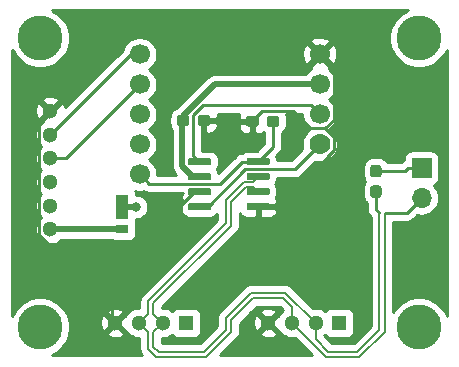
<source format=gbl>
G04 #@! TF.GenerationSoftware,KiCad,Pcbnew,(5.1.2)-1*
G04 #@! TF.CreationDate,2020-12-30T14:45:37+09:00*
G04 #@! TF.ProjectId,M5Atom_CAN,4d354174-6f6d-45f4-9341-4e2e6b696361,rev?*
G04 #@! TF.SameCoordinates,Original*
G04 #@! TF.FileFunction,Copper,L2,Bot*
G04 #@! TF.FilePolarity,Positive*
%FSLAX46Y46*%
G04 Gerber Fmt 4.6, Leading zero omitted, Abs format (unit mm)*
G04 Created by KiCad (PCBNEW (5.1.2)-1) date 2020-12-30 14:45:37*
%MOMM*%
%LPD*%
G04 APERTURE LIST*
%ADD10R,1.100000X2.000000*%
%ADD11R,1.100000X0.800000*%
%ADD12C,1.300000*%
%ADD13R,1.300000X1.300000*%
%ADD14O,1.700000X1.700000*%
%ADD15R,1.700000X1.700000*%
%ADD16C,0.100000*%
%ADD17C,0.950000*%
%ADD18C,1.700000*%
%ADD19C,1.776200*%
%ADD20C,0.600000*%
%ADD21C,3.800000*%
%ADD22C,0.800000*%
%ADD23C,0.250000*%
%ADD24C,0.500000*%
%ADD25C,0.200000*%
%ADD26C,0.254000*%
G04 APERTURE END LIST*
D10*
X141021000Y-126492000D03*
D11*
X141021000Y-128392000D03*
D12*
X153385000Y-136334000D03*
X155385000Y-136334000D03*
X157385000Y-136334000D03*
D13*
X159385000Y-136334000D03*
D14*
X166370000Y-125755000D03*
D15*
X166370000Y-123215000D03*
D16*
G36*
X162756779Y-124698144D02*
G01*
X162779834Y-124701563D01*
X162802443Y-124707227D01*
X162824387Y-124715079D01*
X162845457Y-124725044D01*
X162865448Y-124737026D01*
X162884168Y-124750910D01*
X162901438Y-124766562D01*
X162917090Y-124783832D01*
X162930974Y-124802552D01*
X162942956Y-124822543D01*
X162952921Y-124843613D01*
X162960773Y-124865557D01*
X162966437Y-124888166D01*
X162969856Y-124911221D01*
X162971000Y-124934500D01*
X162971000Y-125509500D01*
X162969856Y-125532779D01*
X162966437Y-125555834D01*
X162960773Y-125578443D01*
X162952921Y-125600387D01*
X162942956Y-125621457D01*
X162930974Y-125641448D01*
X162917090Y-125660168D01*
X162901438Y-125677438D01*
X162884168Y-125693090D01*
X162865448Y-125706974D01*
X162845457Y-125718956D01*
X162824387Y-125728921D01*
X162802443Y-125736773D01*
X162779834Y-125742437D01*
X162756779Y-125745856D01*
X162733500Y-125747000D01*
X162258500Y-125747000D01*
X162235221Y-125745856D01*
X162212166Y-125742437D01*
X162189557Y-125736773D01*
X162167613Y-125728921D01*
X162146543Y-125718956D01*
X162126552Y-125706974D01*
X162107832Y-125693090D01*
X162090562Y-125677438D01*
X162074910Y-125660168D01*
X162061026Y-125641448D01*
X162049044Y-125621457D01*
X162039079Y-125600387D01*
X162031227Y-125578443D01*
X162025563Y-125555834D01*
X162022144Y-125532779D01*
X162021000Y-125509500D01*
X162021000Y-124934500D01*
X162022144Y-124911221D01*
X162025563Y-124888166D01*
X162031227Y-124865557D01*
X162039079Y-124843613D01*
X162049044Y-124822543D01*
X162061026Y-124802552D01*
X162074910Y-124783832D01*
X162090562Y-124766562D01*
X162107832Y-124750910D01*
X162126552Y-124737026D01*
X162146543Y-124725044D01*
X162167613Y-124715079D01*
X162189557Y-124707227D01*
X162212166Y-124701563D01*
X162235221Y-124698144D01*
X162258500Y-124697000D01*
X162733500Y-124697000D01*
X162756779Y-124698144D01*
X162756779Y-124698144D01*
G37*
D17*
X162496000Y-125222000D03*
D16*
G36*
X162756779Y-122948144D02*
G01*
X162779834Y-122951563D01*
X162802443Y-122957227D01*
X162824387Y-122965079D01*
X162845457Y-122975044D01*
X162865448Y-122987026D01*
X162884168Y-123000910D01*
X162901438Y-123016562D01*
X162917090Y-123033832D01*
X162930974Y-123052552D01*
X162942956Y-123072543D01*
X162952921Y-123093613D01*
X162960773Y-123115557D01*
X162966437Y-123138166D01*
X162969856Y-123161221D01*
X162971000Y-123184500D01*
X162971000Y-123759500D01*
X162969856Y-123782779D01*
X162966437Y-123805834D01*
X162960773Y-123828443D01*
X162952921Y-123850387D01*
X162942956Y-123871457D01*
X162930974Y-123891448D01*
X162917090Y-123910168D01*
X162901438Y-123927438D01*
X162884168Y-123943090D01*
X162865448Y-123956974D01*
X162845457Y-123968956D01*
X162824387Y-123978921D01*
X162802443Y-123986773D01*
X162779834Y-123992437D01*
X162756779Y-123995856D01*
X162733500Y-123997000D01*
X162258500Y-123997000D01*
X162235221Y-123995856D01*
X162212166Y-123992437D01*
X162189557Y-123986773D01*
X162167613Y-123978921D01*
X162146543Y-123968956D01*
X162126552Y-123956974D01*
X162107832Y-123943090D01*
X162090562Y-123927438D01*
X162074910Y-123910168D01*
X162061026Y-123891448D01*
X162049044Y-123871457D01*
X162039079Y-123850387D01*
X162031227Y-123828443D01*
X162025563Y-123805834D01*
X162022144Y-123782779D01*
X162021000Y-123759500D01*
X162021000Y-123184500D01*
X162022144Y-123161221D01*
X162025563Y-123138166D01*
X162031227Y-123115557D01*
X162039079Y-123093613D01*
X162049044Y-123072543D01*
X162061026Y-123052552D01*
X162074910Y-123033832D01*
X162090562Y-123016562D01*
X162107832Y-123000910D01*
X162126552Y-122987026D01*
X162146543Y-122975044D01*
X162167613Y-122965079D01*
X162189557Y-122957227D01*
X162212166Y-122951563D01*
X162235221Y-122948144D01*
X162258500Y-122947000D01*
X162733500Y-122947000D01*
X162756779Y-122948144D01*
X162756779Y-122948144D01*
G37*
D17*
X162496000Y-123472000D03*
D18*
X142494000Y-123762000D03*
X142494000Y-121222000D03*
X142494000Y-118682000D03*
X142494000Y-116142000D03*
X142494000Y-113602000D03*
X157734000Y-113602000D03*
X157734000Y-116142000D03*
X157734000Y-118682000D03*
D19*
X157734000Y-121222000D03*
D16*
G36*
X153364703Y-126192722D02*
G01*
X153379264Y-126194882D01*
X153393543Y-126198459D01*
X153407403Y-126203418D01*
X153420710Y-126209712D01*
X153433336Y-126217280D01*
X153445159Y-126226048D01*
X153456066Y-126235934D01*
X153465952Y-126246841D01*
X153474720Y-126258664D01*
X153482288Y-126271290D01*
X153488582Y-126284597D01*
X153493541Y-126298457D01*
X153497118Y-126312736D01*
X153499278Y-126327297D01*
X153500000Y-126342000D01*
X153500000Y-126642000D01*
X153499278Y-126656703D01*
X153497118Y-126671264D01*
X153493541Y-126685543D01*
X153488582Y-126699403D01*
X153482288Y-126712710D01*
X153474720Y-126725336D01*
X153465952Y-126737159D01*
X153456066Y-126748066D01*
X153445159Y-126757952D01*
X153433336Y-126766720D01*
X153420710Y-126774288D01*
X153407403Y-126780582D01*
X153393543Y-126785541D01*
X153379264Y-126789118D01*
X153364703Y-126791278D01*
X153350000Y-126792000D01*
X151700000Y-126792000D01*
X151685297Y-126791278D01*
X151670736Y-126789118D01*
X151656457Y-126785541D01*
X151642597Y-126780582D01*
X151629290Y-126774288D01*
X151616664Y-126766720D01*
X151604841Y-126757952D01*
X151593934Y-126748066D01*
X151584048Y-126737159D01*
X151575280Y-126725336D01*
X151567712Y-126712710D01*
X151561418Y-126699403D01*
X151556459Y-126685543D01*
X151552882Y-126671264D01*
X151550722Y-126656703D01*
X151550000Y-126642000D01*
X151550000Y-126342000D01*
X151550722Y-126327297D01*
X151552882Y-126312736D01*
X151556459Y-126298457D01*
X151561418Y-126284597D01*
X151567712Y-126271290D01*
X151575280Y-126258664D01*
X151584048Y-126246841D01*
X151593934Y-126235934D01*
X151604841Y-126226048D01*
X151616664Y-126217280D01*
X151629290Y-126209712D01*
X151642597Y-126203418D01*
X151656457Y-126198459D01*
X151670736Y-126194882D01*
X151685297Y-126192722D01*
X151700000Y-126192000D01*
X153350000Y-126192000D01*
X153364703Y-126192722D01*
X153364703Y-126192722D01*
G37*
D20*
X152525000Y-126492000D03*
D16*
G36*
X153364703Y-124922722D02*
G01*
X153379264Y-124924882D01*
X153393543Y-124928459D01*
X153407403Y-124933418D01*
X153420710Y-124939712D01*
X153433336Y-124947280D01*
X153445159Y-124956048D01*
X153456066Y-124965934D01*
X153465952Y-124976841D01*
X153474720Y-124988664D01*
X153482288Y-125001290D01*
X153488582Y-125014597D01*
X153493541Y-125028457D01*
X153497118Y-125042736D01*
X153499278Y-125057297D01*
X153500000Y-125072000D01*
X153500000Y-125372000D01*
X153499278Y-125386703D01*
X153497118Y-125401264D01*
X153493541Y-125415543D01*
X153488582Y-125429403D01*
X153482288Y-125442710D01*
X153474720Y-125455336D01*
X153465952Y-125467159D01*
X153456066Y-125478066D01*
X153445159Y-125487952D01*
X153433336Y-125496720D01*
X153420710Y-125504288D01*
X153407403Y-125510582D01*
X153393543Y-125515541D01*
X153379264Y-125519118D01*
X153364703Y-125521278D01*
X153350000Y-125522000D01*
X151700000Y-125522000D01*
X151685297Y-125521278D01*
X151670736Y-125519118D01*
X151656457Y-125515541D01*
X151642597Y-125510582D01*
X151629290Y-125504288D01*
X151616664Y-125496720D01*
X151604841Y-125487952D01*
X151593934Y-125478066D01*
X151584048Y-125467159D01*
X151575280Y-125455336D01*
X151567712Y-125442710D01*
X151561418Y-125429403D01*
X151556459Y-125415543D01*
X151552882Y-125401264D01*
X151550722Y-125386703D01*
X151550000Y-125372000D01*
X151550000Y-125072000D01*
X151550722Y-125057297D01*
X151552882Y-125042736D01*
X151556459Y-125028457D01*
X151561418Y-125014597D01*
X151567712Y-125001290D01*
X151575280Y-124988664D01*
X151584048Y-124976841D01*
X151593934Y-124965934D01*
X151604841Y-124956048D01*
X151616664Y-124947280D01*
X151629290Y-124939712D01*
X151642597Y-124933418D01*
X151656457Y-124928459D01*
X151670736Y-124924882D01*
X151685297Y-124922722D01*
X151700000Y-124922000D01*
X153350000Y-124922000D01*
X153364703Y-124922722D01*
X153364703Y-124922722D01*
G37*
D20*
X152525000Y-125222000D03*
D16*
G36*
X153364703Y-123652722D02*
G01*
X153379264Y-123654882D01*
X153393543Y-123658459D01*
X153407403Y-123663418D01*
X153420710Y-123669712D01*
X153433336Y-123677280D01*
X153445159Y-123686048D01*
X153456066Y-123695934D01*
X153465952Y-123706841D01*
X153474720Y-123718664D01*
X153482288Y-123731290D01*
X153488582Y-123744597D01*
X153493541Y-123758457D01*
X153497118Y-123772736D01*
X153499278Y-123787297D01*
X153500000Y-123802000D01*
X153500000Y-124102000D01*
X153499278Y-124116703D01*
X153497118Y-124131264D01*
X153493541Y-124145543D01*
X153488582Y-124159403D01*
X153482288Y-124172710D01*
X153474720Y-124185336D01*
X153465952Y-124197159D01*
X153456066Y-124208066D01*
X153445159Y-124217952D01*
X153433336Y-124226720D01*
X153420710Y-124234288D01*
X153407403Y-124240582D01*
X153393543Y-124245541D01*
X153379264Y-124249118D01*
X153364703Y-124251278D01*
X153350000Y-124252000D01*
X151700000Y-124252000D01*
X151685297Y-124251278D01*
X151670736Y-124249118D01*
X151656457Y-124245541D01*
X151642597Y-124240582D01*
X151629290Y-124234288D01*
X151616664Y-124226720D01*
X151604841Y-124217952D01*
X151593934Y-124208066D01*
X151584048Y-124197159D01*
X151575280Y-124185336D01*
X151567712Y-124172710D01*
X151561418Y-124159403D01*
X151556459Y-124145543D01*
X151552882Y-124131264D01*
X151550722Y-124116703D01*
X151550000Y-124102000D01*
X151550000Y-123802000D01*
X151550722Y-123787297D01*
X151552882Y-123772736D01*
X151556459Y-123758457D01*
X151561418Y-123744597D01*
X151567712Y-123731290D01*
X151575280Y-123718664D01*
X151584048Y-123706841D01*
X151593934Y-123695934D01*
X151604841Y-123686048D01*
X151616664Y-123677280D01*
X151629290Y-123669712D01*
X151642597Y-123663418D01*
X151656457Y-123658459D01*
X151670736Y-123654882D01*
X151685297Y-123652722D01*
X151700000Y-123652000D01*
X153350000Y-123652000D01*
X153364703Y-123652722D01*
X153364703Y-123652722D01*
G37*
D20*
X152525000Y-123952000D03*
D16*
G36*
X153364703Y-122382722D02*
G01*
X153379264Y-122384882D01*
X153393543Y-122388459D01*
X153407403Y-122393418D01*
X153420710Y-122399712D01*
X153433336Y-122407280D01*
X153445159Y-122416048D01*
X153456066Y-122425934D01*
X153465952Y-122436841D01*
X153474720Y-122448664D01*
X153482288Y-122461290D01*
X153488582Y-122474597D01*
X153493541Y-122488457D01*
X153497118Y-122502736D01*
X153499278Y-122517297D01*
X153500000Y-122532000D01*
X153500000Y-122832000D01*
X153499278Y-122846703D01*
X153497118Y-122861264D01*
X153493541Y-122875543D01*
X153488582Y-122889403D01*
X153482288Y-122902710D01*
X153474720Y-122915336D01*
X153465952Y-122927159D01*
X153456066Y-122938066D01*
X153445159Y-122947952D01*
X153433336Y-122956720D01*
X153420710Y-122964288D01*
X153407403Y-122970582D01*
X153393543Y-122975541D01*
X153379264Y-122979118D01*
X153364703Y-122981278D01*
X153350000Y-122982000D01*
X151700000Y-122982000D01*
X151685297Y-122981278D01*
X151670736Y-122979118D01*
X151656457Y-122975541D01*
X151642597Y-122970582D01*
X151629290Y-122964288D01*
X151616664Y-122956720D01*
X151604841Y-122947952D01*
X151593934Y-122938066D01*
X151584048Y-122927159D01*
X151575280Y-122915336D01*
X151567712Y-122902710D01*
X151561418Y-122889403D01*
X151556459Y-122875543D01*
X151552882Y-122861264D01*
X151550722Y-122846703D01*
X151550000Y-122832000D01*
X151550000Y-122532000D01*
X151550722Y-122517297D01*
X151552882Y-122502736D01*
X151556459Y-122488457D01*
X151561418Y-122474597D01*
X151567712Y-122461290D01*
X151575280Y-122448664D01*
X151584048Y-122436841D01*
X151593934Y-122425934D01*
X151604841Y-122416048D01*
X151616664Y-122407280D01*
X151629290Y-122399712D01*
X151642597Y-122393418D01*
X151656457Y-122388459D01*
X151670736Y-122384882D01*
X151685297Y-122382722D01*
X151700000Y-122382000D01*
X153350000Y-122382000D01*
X153364703Y-122382722D01*
X153364703Y-122382722D01*
G37*
D20*
X152525000Y-122682000D03*
D16*
G36*
X148414703Y-122382722D02*
G01*
X148429264Y-122384882D01*
X148443543Y-122388459D01*
X148457403Y-122393418D01*
X148470710Y-122399712D01*
X148483336Y-122407280D01*
X148495159Y-122416048D01*
X148506066Y-122425934D01*
X148515952Y-122436841D01*
X148524720Y-122448664D01*
X148532288Y-122461290D01*
X148538582Y-122474597D01*
X148543541Y-122488457D01*
X148547118Y-122502736D01*
X148549278Y-122517297D01*
X148550000Y-122532000D01*
X148550000Y-122832000D01*
X148549278Y-122846703D01*
X148547118Y-122861264D01*
X148543541Y-122875543D01*
X148538582Y-122889403D01*
X148532288Y-122902710D01*
X148524720Y-122915336D01*
X148515952Y-122927159D01*
X148506066Y-122938066D01*
X148495159Y-122947952D01*
X148483336Y-122956720D01*
X148470710Y-122964288D01*
X148457403Y-122970582D01*
X148443543Y-122975541D01*
X148429264Y-122979118D01*
X148414703Y-122981278D01*
X148400000Y-122982000D01*
X146750000Y-122982000D01*
X146735297Y-122981278D01*
X146720736Y-122979118D01*
X146706457Y-122975541D01*
X146692597Y-122970582D01*
X146679290Y-122964288D01*
X146666664Y-122956720D01*
X146654841Y-122947952D01*
X146643934Y-122938066D01*
X146634048Y-122927159D01*
X146625280Y-122915336D01*
X146617712Y-122902710D01*
X146611418Y-122889403D01*
X146606459Y-122875543D01*
X146602882Y-122861264D01*
X146600722Y-122846703D01*
X146600000Y-122832000D01*
X146600000Y-122532000D01*
X146600722Y-122517297D01*
X146602882Y-122502736D01*
X146606459Y-122488457D01*
X146611418Y-122474597D01*
X146617712Y-122461290D01*
X146625280Y-122448664D01*
X146634048Y-122436841D01*
X146643934Y-122425934D01*
X146654841Y-122416048D01*
X146666664Y-122407280D01*
X146679290Y-122399712D01*
X146692597Y-122393418D01*
X146706457Y-122388459D01*
X146720736Y-122384882D01*
X146735297Y-122382722D01*
X146750000Y-122382000D01*
X148400000Y-122382000D01*
X148414703Y-122382722D01*
X148414703Y-122382722D01*
G37*
D20*
X147575000Y-122682000D03*
D16*
G36*
X148414703Y-123652722D02*
G01*
X148429264Y-123654882D01*
X148443543Y-123658459D01*
X148457403Y-123663418D01*
X148470710Y-123669712D01*
X148483336Y-123677280D01*
X148495159Y-123686048D01*
X148506066Y-123695934D01*
X148515952Y-123706841D01*
X148524720Y-123718664D01*
X148532288Y-123731290D01*
X148538582Y-123744597D01*
X148543541Y-123758457D01*
X148547118Y-123772736D01*
X148549278Y-123787297D01*
X148550000Y-123802000D01*
X148550000Y-124102000D01*
X148549278Y-124116703D01*
X148547118Y-124131264D01*
X148543541Y-124145543D01*
X148538582Y-124159403D01*
X148532288Y-124172710D01*
X148524720Y-124185336D01*
X148515952Y-124197159D01*
X148506066Y-124208066D01*
X148495159Y-124217952D01*
X148483336Y-124226720D01*
X148470710Y-124234288D01*
X148457403Y-124240582D01*
X148443543Y-124245541D01*
X148429264Y-124249118D01*
X148414703Y-124251278D01*
X148400000Y-124252000D01*
X146750000Y-124252000D01*
X146735297Y-124251278D01*
X146720736Y-124249118D01*
X146706457Y-124245541D01*
X146692597Y-124240582D01*
X146679290Y-124234288D01*
X146666664Y-124226720D01*
X146654841Y-124217952D01*
X146643934Y-124208066D01*
X146634048Y-124197159D01*
X146625280Y-124185336D01*
X146617712Y-124172710D01*
X146611418Y-124159403D01*
X146606459Y-124145543D01*
X146602882Y-124131264D01*
X146600722Y-124116703D01*
X146600000Y-124102000D01*
X146600000Y-123802000D01*
X146600722Y-123787297D01*
X146602882Y-123772736D01*
X146606459Y-123758457D01*
X146611418Y-123744597D01*
X146617712Y-123731290D01*
X146625280Y-123718664D01*
X146634048Y-123706841D01*
X146643934Y-123695934D01*
X146654841Y-123686048D01*
X146666664Y-123677280D01*
X146679290Y-123669712D01*
X146692597Y-123663418D01*
X146706457Y-123658459D01*
X146720736Y-123654882D01*
X146735297Y-123652722D01*
X146750000Y-123652000D01*
X148400000Y-123652000D01*
X148414703Y-123652722D01*
X148414703Y-123652722D01*
G37*
D20*
X147575000Y-123952000D03*
D16*
G36*
X148414703Y-124922722D02*
G01*
X148429264Y-124924882D01*
X148443543Y-124928459D01*
X148457403Y-124933418D01*
X148470710Y-124939712D01*
X148483336Y-124947280D01*
X148495159Y-124956048D01*
X148506066Y-124965934D01*
X148515952Y-124976841D01*
X148524720Y-124988664D01*
X148532288Y-125001290D01*
X148538582Y-125014597D01*
X148543541Y-125028457D01*
X148547118Y-125042736D01*
X148549278Y-125057297D01*
X148550000Y-125072000D01*
X148550000Y-125372000D01*
X148549278Y-125386703D01*
X148547118Y-125401264D01*
X148543541Y-125415543D01*
X148538582Y-125429403D01*
X148532288Y-125442710D01*
X148524720Y-125455336D01*
X148515952Y-125467159D01*
X148506066Y-125478066D01*
X148495159Y-125487952D01*
X148483336Y-125496720D01*
X148470710Y-125504288D01*
X148457403Y-125510582D01*
X148443543Y-125515541D01*
X148429264Y-125519118D01*
X148414703Y-125521278D01*
X148400000Y-125522000D01*
X146750000Y-125522000D01*
X146735297Y-125521278D01*
X146720736Y-125519118D01*
X146706457Y-125515541D01*
X146692597Y-125510582D01*
X146679290Y-125504288D01*
X146666664Y-125496720D01*
X146654841Y-125487952D01*
X146643934Y-125478066D01*
X146634048Y-125467159D01*
X146625280Y-125455336D01*
X146617712Y-125442710D01*
X146611418Y-125429403D01*
X146606459Y-125415543D01*
X146602882Y-125401264D01*
X146600722Y-125386703D01*
X146600000Y-125372000D01*
X146600000Y-125072000D01*
X146600722Y-125057297D01*
X146602882Y-125042736D01*
X146606459Y-125028457D01*
X146611418Y-125014597D01*
X146617712Y-125001290D01*
X146625280Y-124988664D01*
X146634048Y-124976841D01*
X146643934Y-124965934D01*
X146654841Y-124956048D01*
X146666664Y-124947280D01*
X146679290Y-124939712D01*
X146692597Y-124933418D01*
X146706457Y-124928459D01*
X146720736Y-124924882D01*
X146735297Y-124922722D01*
X146750000Y-124922000D01*
X148400000Y-124922000D01*
X148414703Y-124922722D01*
X148414703Y-124922722D01*
G37*
D20*
X147575000Y-125222000D03*
D16*
G36*
X148414703Y-126192722D02*
G01*
X148429264Y-126194882D01*
X148443543Y-126198459D01*
X148457403Y-126203418D01*
X148470710Y-126209712D01*
X148483336Y-126217280D01*
X148495159Y-126226048D01*
X148506066Y-126235934D01*
X148515952Y-126246841D01*
X148524720Y-126258664D01*
X148532288Y-126271290D01*
X148538582Y-126284597D01*
X148543541Y-126298457D01*
X148547118Y-126312736D01*
X148549278Y-126327297D01*
X148550000Y-126342000D01*
X148550000Y-126642000D01*
X148549278Y-126656703D01*
X148547118Y-126671264D01*
X148543541Y-126685543D01*
X148538582Y-126699403D01*
X148532288Y-126712710D01*
X148524720Y-126725336D01*
X148515952Y-126737159D01*
X148506066Y-126748066D01*
X148495159Y-126757952D01*
X148483336Y-126766720D01*
X148470710Y-126774288D01*
X148457403Y-126780582D01*
X148443543Y-126785541D01*
X148429264Y-126789118D01*
X148414703Y-126791278D01*
X148400000Y-126792000D01*
X146750000Y-126792000D01*
X146735297Y-126791278D01*
X146720736Y-126789118D01*
X146706457Y-126785541D01*
X146692597Y-126780582D01*
X146679290Y-126774288D01*
X146666664Y-126766720D01*
X146654841Y-126757952D01*
X146643934Y-126748066D01*
X146634048Y-126737159D01*
X146625280Y-126725336D01*
X146617712Y-126712710D01*
X146611418Y-126699403D01*
X146606459Y-126685543D01*
X146602882Y-126671264D01*
X146600722Y-126656703D01*
X146600000Y-126642000D01*
X146600000Y-126342000D01*
X146600722Y-126327297D01*
X146602882Y-126312736D01*
X146606459Y-126298457D01*
X146611418Y-126284597D01*
X146617712Y-126271290D01*
X146625280Y-126258664D01*
X146634048Y-126246841D01*
X146643934Y-126235934D01*
X146654841Y-126226048D01*
X146666664Y-126217280D01*
X146679290Y-126209712D01*
X146692597Y-126203418D01*
X146706457Y-126198459D01*
X146720736Y-126194882D01*
X146735297Y-126192722D01*
X146750000Y-126192000D01*
X148400000Y-126192000D01*
X148414703Y-126192722D01*
X148414703Y-126192722D01*
G37*
D20*
X147575000Y-126492000D03*
D16*
G36*
X152343779Y-118779144D02*
G01*
X152366834Y-118782563D01*
X152389443Y-118788227D01*
X152411387Y-118796079D01*
X152432457Y-118806044D01*
X152452448Y-118818026D01*
X152471168Y-118831910D01*
X152488438Y-118847562D01*
X152504090Y-118864832D01*
X152517974Y-118883552D01*
X152529956Y-118903543D01*
X152539921Y-118924613D01*
X152547773Y-118946557D01*
X152553437Y-118969166D01*
X152556856Y-118992221D01*
X152558000Y-119015500D01*
X152558000Y-119490500D01*
X152556856Y-119513779D01*
X152553437Y-119536834D01*
X152547773Y-119559443D01*
X152539921Y-119581387D01*
X152529956Y-119602457D01*
X152517974Y-119622448D01*
X152504090Y-119641168D01*
X152488438Y-119658438D01*
X152471168Y-119674090D01*
X152452448Y-119687974D01*
X152432457Y-119699956D01*
X152411387Y-119709921D01*
X152389443Y-119717773D01*
X152366834Y-119723437D01*
X152343779Y-119726856D01*
X152320500Y-119728000D01*
X151745500Y-119728000D01*
X151722221Y-119726856D01*
X151699166Y-119723437D01*
X151676557Y-119717773D01*
X151654613Y-119709921D01*
X151633543Y-119699956D01*
X151613552Y-119687974D01*
X151594832Y-119674090D01*
X151577562Y-119658438D01*
X151561910Y-119641168D01*
X151548026Y-119622448D01*
X151536044Y-119602457D01*
X151526079Y-119581387D01*
X151518227Y-119559443D01*
X151512563Y-119536834D01*
X151509144Y-119513779D01*
X151508000Y-119490500D01*
X151508000Y-119015500D01*
X151509144Y-118992221D01*
X151512563Y-118969166D01*
X151518227Y-118946557D01*
X151526079Y-118924613D01*
X151536044Y-118903543D01*
X151548026Y-118883552D01*
X151561910Y-118864832D01*
X151577562Y-118847562D01*
X151594832Y-118831910D01*
X151613552Y-118818026D01*
X151633543Y-118806044D01*
X151654613Y-118796079D01*
X151676557Y-118788227D01*
X151699166Y-118782563D01*
X151722221Y-118779144D01*
X151745500Y-118778000D01*
X152320500Y-118778000D01*
X152343779Y-118779144D01*
X152343779Y-118779144D01*
G37*
D17*
X152033000Y-119253000D03*
D16*
G36*
X154093779Y-118779144D02*
G01*
X154116834Y-118782563D01*
X154139443Y-118788227D01*
X154161387Y-118796079D01*
X154182457Y-118806044D01*
X154202448Y-118818026D01*
X154221168Y-118831910D01*
X154238438Y-118847562D01*
X154254090Y-118864832D01*
X154267974Y-118883552D01*
X154279956Y-118903543D01*
X154289921Y-118924613D01*
X154297773Y-118946557D01*
X154303437Y-118969166D01*
X154306856Y-118992221D01*
X154308000Y-119015500D01*
X154308000Y-119490500D01*
X154306856Y-119513779D01*
X154303437Y-119536834D01*
X154297773Y-119559443D01*
X154289921Y-119581387D01*
X154279956Y-119602457D01*
X154267974Y-119622448D01*
X154254090Y-119641168D01*
X154238438Y-119658438D01*
X154221168Y-119674090D01*
X154202448Y-119687974D01*
X154182457Y-119699956D01*
X154161387Y-119709921D01*
X154139443Y-119717773D01*
X154116834Y-119723437D01*
X154093779Y-119726856D01*
X154070500Y-119728000D01*
X153495500Y-119728000D01*
X153472221Y-119726856D01*
X153449166Y-119723437D01*
X153426557Y-119717773D01*
X153404613Y-119709921D01*
X153383543Y-119699956D01*
X153363552Y-119687974D01*
X153344832Y-119674090D01*
X153327562Y-119658438D01*
X153311910Y-119641168D01*
X153298026Y-119622448D01*
X153286044Y-119602457D01*
X153276079Y-119581387D01*
X153268227Y-119559443D01*
X153262563Y-119536834D01*
X153259144Y-119513779D01*
X153258000Y-119490500D01*
X153258000Y-119015500D01*
X153259144Y-118992221D01*
X153262563Y-118969166D01*
X153268227Y-118946557D01*
X153276079Y-118924613D01*
X153286044Y-118903543D01*
X153298026Y-118883552D01*
X153311910Y-118864832D01*
X153327562Y-118847562D01*
X153344832Y-118831910D01*
X153363552Y-118818026D01*
X153383543Y-118806044D01*
X153404613Y-118796079D01*
X153426557Y-118788227D01*
X153449166Y-118782563D01*
X153472221Y-118779144D01*
X153495500Y-118778000D01*
X154070500Y-118778000D01*
X154093779Y-118779144D01*
X154093779Y-118779144D01*
G37*
D17*
X153783000Y-119253000D03*
D21*
X134064000Y-112220000D03*
X166164000Y-112220000D03*
X166164000Y-136700000D03*
X134064000Y-136700000D03*
D12*
X134938000Y-118397000D03*
X134938000Y-120397000D03*
X134938000Y-122397000D03*
X134938000Y-124397000D03*
X134938000Y-126397000D03*
X134938000Y-128397000D03*
X140431000Y-136334000D03*
X142431000Y-136334000D03*
X144431000Y-136334000D03*
D13*
X146431000Y-136334000D03*
D16*
G36*
X148237779Y-118716144D02*
G01*
X148260834Y-118719563D01*
X148283443Y-118725227D01*
X148305387Y-118733079D01*
X148326457Y-118743044D01*
X148346448Y-118755026D01*
X148365168Y-118768910D01*
X148382438Y-118784562D01*
X148398090Y-118801832D01*
X148411974Y-118820552D01*
X148423956Y-118840543D01*
X148433921Y-118861613D01*
X148441773Y-118883557D01*
X148447437Y-118906166D01*
X148450856Y-118929221D01*
X148452000Y-118952500D01*
X148452000Y-119427500D01*
X148450856Y-119450779D01*
X148447437Y-119473834D01*
X148441773Y-119496443D01*
X148433921Y-119518387D01*
X148423956Y-119539457D01*
X148411974Y-119559448D01*
X148398090Y-119578168D01*
X148382438Y-119595438D01*
X148365168Y-119611090D01*
X148346448Y-119624974D01*
X148326457Y-119636956D01*
X148305387Y-119646921D01*
X148283443Y-119654773D01*
X148260834Y-119660437D01*
X148237779Y-119663856D01*
X148214500Y-119665000D01*
X147639500Y-119665000D01*
X147616221Y-119663856D01*
X147593166Y-119660437D01*
X147570557Y-119654773D01*
X147548613Y-119646921D01*
X147527543Y-119636956D01*
X147507552Y-119624974D01*
X147488832Y-119611090D01*
X147471562Y-119595438D01*
X147455910Y-119578168D01*
X147442026Y-119559448D01*
X147430044Y-119539457D01*
X147420079Y-119518387D01*
X147412227Y-119496443D01*
X147406563Y-119473834D01*
X147403144Y-119450779D01*
X147402000Y-119427500D01*
X147402000Y-118952500D01*
X147403144Y-118929221D01*
X147406563Y-118906166D01*
X147412227Y-118883557D01*
X147420079Y-118861613D01*
X147430044Y-118840543D01*
X147442026Y-118820552D01*
X147455910Y-118801832D01*
X147471562Y-118784562D01*
X147488832Y-118768910D01*
X147507552Y-118755026D01*
X147527543Y-118743044D01*
X147548613Y-118733079D01*
X147570557Y-118725227D01*
X147593166Y-118719563D01*
X147616221Y-118716144D01*
X147639500Y-118715000D01*
X148214500Y-118715000D01*
X148237779Y-118716144D01*
X148237779Y-118716144D01*
G37*
D17*
X147927000Y-119190000D03*
D16*
G36*
X146487779Y-118716144D02*
G01*
X146510834Y-118719563D01*
X146533443Y-118725227D01*
X146555387Y-118733079D01*
X146576457Y-118743044D01*
X146596448Y-118755026D01*
X146615168Y-118768910D01*
X146632438Y-118784562D01*
X146648090Y-118801832D01*
X146661974Y-118820552D01*
X146673956Y-118840543D01*
X146683921Y-118861613D01*
X146691773Y-118883557D01*
X146697437Y-118906166D01*
X146700856Y-118929221D01*
X146702000Y-118952500D01*
X146702000Y-119427500D01*
X146700856Y-119450779D01*
X146697437Y-119473834D01*
X146691773Y-119496443D01*
X146683921Y-119518387D01*
X146673956Y-119539457D01*
X146661974Y-119559448D01*
X146648090Y-119578168D01*
X146632438Y-119595438D01*
X146615168Y-119611090D01*
X146596448Y-119624974D01*
X146576457Y-119636956D01*
X146555387Y-119646921D01*
X146533443Y-119654773D01*
X146510834Y-119660437D01*
X146487779Y-119663856D01*
X146464500Y-119665000D01*
X145889500Y-119665000D01*
X145866221Y-119663856D01*
X145843166Y-119660437D01*
X145820557Y-119654773D01*
X145798613Y-119646921D01*
X145777543Y-119636956D01*
X145757552Y-119624974D01*
X145738832Y-119611090D01*
X145721562Y-119595438D01*
X145705910Y-119578168D01*
X145692026Y-119559448D01*
X145680044Y-119539457D01*
X145670079Y-119518387D01*
X145662227Y-119496443D01*
X145656563Y-119473834D01*
X145653144Y-119450779D01*
X145652000Y-119427500D01*
X145652000Y-118952500D01*
X145653144Y-118929221D01*
X145656563Y-118906166D01*
X145662227Y-118883557D01*
X145670079Y-118861613D01*
X145680044Y-118840543D01*
X145692026Y-118820552D01*
X145705910Y-118801832D01*
X145721562Y-118784562D01*
X145738832Y-118768910D01*
X145757552Y-118755026D01*
X145777543Y-118743044D01*
X145798613Y-118733079D01*
X145820557Y-118725227D01*
X145843166Y-118719563D01*
X145866221Y-118716144D01*
X145889500Y-118715000D01*
X146464500Y-118715000D01*
X146487779Y-118716144D01*
X146487779Y-118716144D01*
G37*
D17*
X146177000Y-119190000D03*
D22*
X142194000Y-126499000D03*
D23*
X158223000Y-119859000D02*
X156904000Y-119859000D01*
X156904000Y-119859000D02*
X155447000Y-118402000D01*
X155447000Y-118402000D02*
X152884000Y-118402000D01*
X152884000Y-118402000D02*
X152033000Y-119253000D01*
X157734000Y-113602000D02*
X158939000Y-114807000D01*
X158939000Y-114807000D02*
X158939000Y-119144000D01*
X158939000Y-119144000D02*
X158223000Y-119859000D01*
X152033000Y-119253000D02*
X147990000Y-119253000D01*
X147990000Y-119253000D02*
X147927000Y-119190000D01*
X140115000Y-134574000D02*
X145466000Y-129223000D01*
X145466000Y-129223000D02*
X145466000Y-126893000D01*
X145466000Y-126893000D02*
X147137000Y-125222000D01*
X147137000Y-125222000D02*
X147575000Y-125222000D01*
X152525000Y-126492000D02*
X154208000Y-126492000D01*
X154208000Y-126492000D02*
X158975000Y-121724000D01*
X158975000Y-121724000D02*
X158975000Y-120611000D01*
X158975000Y-120611000D02*
X158223000Y-119859000D01*
X140115000Y-134574000D02*
X139664000Y-134574000D01*
X139664000Y-134574000D02*
X133951000Y-128862000D01*
X133951000Y-128862000D02*
X133951000Y-119384000D01*
X133951000Y-119384000D02*
X134938000Y-118397000D01*
X140115000Y-134574000D02*
X140115000Y-136018000D01*
X140115000Y-136018000D02*
X140431000Y-136334000D01*
X152525000Y-122682000D02*
X151178000Y-122682000D01*
X151178000Y-122682000D02*
X149282000Y-124578000D01*
X149282000Y-124578000D02*
X143310000Y-124578000D01*
X143310000Y-124578000D02*
X142494000Y-123762000D01*
X153783000Y-119253000D02*
X153783000Y-121424000D01*
X153783000Y-121424000D02*
X152525000Y-122682000D01*
D24*
X134938000Y-128397000D02*
X140016000Y-128397000D01*
X140016000Y-128397000D02*
X140021000Y-128392000D01*
X140021000Y-128392000D02*
X141021000Y-128392000D01*
D23*
X134938000Y-120397000D02*
X141733000Y-113602000D01*
X141733000Y-113602000D02*
X142494000Y-113602000D01*
X134938000Y-122397000D02*
X136239000Y-122397000D01*
X136239000Y-122397000D02*
X142494000Y-116142000D01*
X147575000Y-122682000D02*
X147052000Y-122159000D01*
X147052000Y-122159000D02*
X147052000Y-118742000D01*
X147052000Y-118742000D02*
X147880000Y-117914000D01*
X147880000Y-117914000D02*
X156966000Y-117914000D01*
X156966000Y-117914000D02*
X157734000Y-118682000D01*
X147575000Y-126492000D02*
X148241000Y-126492000D01*
X148241000Y-126492000D02*
X151416000Y-123317000D01*
X151416000Y-123317000D02*
X155639000Y-123317000D01*
X155639000Y-123317000D02*
X157734000Y-121222000D01*
D25*
X155385000Y-136334000D02*
X158276000Y-139225000D01*
X158276000Y-139225000D02*
X161093000Y-139225000D01*
X161093000Y-139225000D02*
X163225000Y-137093000D01*
X163225000Y-137093000D02*
X163225000Y-127000000D01*
X142431000Y-136334000D02*
X143206000Y-137109000D01*
X143206000Y-137109000D02*
X143206000Y-138524000D01*
X143206000Y-138524000D02*
X143907000Y-139225000D01*
X143907000Y-139225000D02*
X148093000Y-139225000D01*
X148093000Y-139225000D02*
X150225000Y-137093000D01*
X150225000Y-137093000D02*
X150225000Y-136093000D01*
X150225000Y-136093000D02*
X152093000Y-134225000D01*
X152093000Y-134225000D02*
X154640000Y-134225000D01*
X154640000Y-134225000D02*
X155385000Y-134970000D01*
X155385000Y-134970000D02*
X155385000Y-136334000D01*
X152525000Y-123952000D02*
X152115000Y-124362000D01*
X152115000Y-124362000D02*
X151320000Y-124362000D01*
X151320000Y-124362000D02*
X149775000Y-125907000D01*
X149775000Y-125907000D02*
X149775000Y-127907000D01*
X149775000Y-127907000D02*
X143206000Y-134476000D01*
X143206000Y-134476000D02*
X143206000Y-135559000D01*
X143206000Y-135559000D02*
X142431000Y-136334000D01*
D23*
X163225000Y-127000000D02*
X165125000Y-127000000D01*
X165125000Y-127000000D02*
X166370000Y-125755000D01*
D25*
X157385000Y-136334000D02*
X157385000Y-137698000D01*
X157385000Y-137698000D02*
X158462000Y-138775000D01*
X158462000Y-138775000D02*
X160907000Y-138775000D01*
X160907000Y-138775000D02*
X162775000Y-136907000D01*
X162775000Y-136907000D02*
X162775000Y-127000000D01*
X144431000Y-136334000D02*
X143656000Y-137109000D01*
X143656000Y-137109000D02*
X143656000Y-138338000D01*
X143656000Y-138338000D02*
X144093000Y-138775000D01*
X144093000Y-138775000D02*
X147907000Y-138775000D01*
X147907000Y-138775000D02*
X149775000Y-136907000D01*
X149775000Y-136907000D02*
X149775000Y-135907000D01*
X149775000Y-135907000D02*
X151907000Y-133775000D01*
X151907000Y-133775000D02*
X154826000Y-133775000D01*
X154826000Y-133775000D02*
X157385000Y-136334000D01*
X152525000Y-125222000D02*
X152115000Y-124812000D01*
X152115000Y-124812000D02*
X151506000Y-124812000D01*
X151506000Y-124812000D02*
X150225000Y-126093000D01*
X150225000Y-126093000D02*
X150225000Y-128093000D01*
X150225000Y-128093000D02*
X143656000Y-134662000D01*
X143656000Y-134662000D02*
X143656000Y-135559000D01*
X143656000Y-135559000D02*
X144431000Y-136334000D01*
D23*
X162496000Y-125222000D02*
X162496000Y-126722000D01*
X162496000Y-126722000D02*
X162775000Y-127000000D01*
X162496000Y-123472000D02*
X164938000Y-123472000D01*
X164938000Y-123472000D02*
X165195000Y-123215000D01*
X165195000Y-123215000D02*
X166370000Y-123215000D01*
D24*
X142194000Y-126499000D02*
X142028000Y-126499000D01*
X142028000Y-126499000D02*
X142021000Y-126492000D01*
X142021000Y-126492000D02*
X141021000Y-126492000D01*
X146177000Y-118969000D02*
X146177000Y-118803000D01*
X146177000Y-118803000D02*
X148838000Y-116142000D01*
X148838000Y-116142000D02*
X157734000Y-116142000D01*
D23*
X146177000Y-119080000D02*
X146177000Y-118969000D01*
D24*
X146177000Y-119080000D02*
X146104000Y-119152000D01*
X146104000Y-119152000D02*
X146104000Y-123067000D01*
X146104000Y-123067000D02*
X146989000Y-123952000D01*
X146989000Y-123952000D02*
X147198000Y-123952000D01*
D23*
X146177000Y-119190000D02*
X146177000Y-119080000D01*
X147575000Y-123952000D02*
X147198000Y-123952000D01*
D26*
G36*
X154650000Y-135274447D02*
G01*
X154650000Y-135279654D01*
X154565860Y-135335875D01*
X154386875Y-135514860D01*
X154305733Y-135636297D01*
X154270527Y-135628078D01*
X153564605Y-136334000D01*
X154270527Y-137039922D01*
X154305733Y-137031703D01*
X154386875Y-137153140D01*
X154565860Y-137332125D01*
X154776324Y-137472753D01*
X155010179Y-137569619D01*
X155258439Y-137619000D01*
X155511561Y-137619000D01*
X155610812Y-137599258D01*
X157051554Y-139040000D01*
X149317446Y-139040000D01*
X150719197Y-137638250D01*
X150747237Y-137615238D01*
X150770250Y-137587197D01*
X150770253Y-137587194D01*
X150835328Y-137507900D01*
X150839087Y-137503320D01*
X150907337Y-137375633D01*
X150949365Y-137237085D01*
X150951094Y-137219527D01*
X152679078Y-137219527D01*
X152732466Y-137448201D01*
X152962374Y-137554095D01*
X153208524Y-137613102D01*
X153461455Y-137622952D01*
X153711449Y-137583270D01*
X153948896Y-137495578D01*
X154037534Y-137448201D01*
X154090922Y-137219527D01*
X153385000Y-136513605D01*
X152679078Y-137219527D01*
X150951094Y-137219527D01*
X150960000Y-137129105D01*
X150960000Y-137129096D01*
X150963555Y-137093001D01*
X150960000Y-137056906D01*
X150960000Y-136410455D01*
X152096048Y-136410455D01*
X152135730Y-136660449D01*
X152223422Y-136897896D01*
X152270799Y-136986534D01*
X152499473Y-137039922D01*
X153205395Y-136334000D01*
X152499473Y-135628078D01*
X152270799Y-135681466D01*
X152164905Y-135911374D01*
X152105898Y-136157524D01*
X152096048Y-136410455D01*
X150960000Y-136410455D01*
X150960000Y-136397446D01*
X151908973Y-135448473D01*
X152679078Y-135448473D01*
X153385000Y-136154395D01*
X154090922Y-135448473D01*
X154037534Y-135219799D01*
X153807626Y-135113905D01*
X153561476Y-135054898D01*
X153308545Y-135045048D01*
X153058551Y-135084730D01*
X152821104Y-135172422D01*
X152732466Y-135219799D01*
X152679078Y-135448473D01*
X151908973Y-135448473D01*
X152397447Y-134960000D01*
X154335554Y-134960000D01*
X154650000Y-135274447D01*
X154650000Y-135274447D01*
G37*
X154650000Y-135274447D02*
X154650000Y-135279654D01*
X154565860Y-135335875D01*
X154386875Y-135514860D01*
X154305733Y-135636297D01*
X154270527Y-135628078D01*
X153564605Y-136334000D01*
X154270527Y-137039922D01*
X154305733Y-137031703D01*
X154386875Y-137153140D01*
X154565860Y-137332125D01*
X154776324Y-137472753D01*
X155010179Y-137569619D01*
X155258439Y-137619000D01*
X155511561Y-137619000D01*
X155610812Y-137599258D01*
X157051554Y-139040000D01*
X149317446Y-139040000D01*
X150719197Y-137638250D01*
X150747237Y-137615238D01*
X150770250Y-137587197D01*
X150770253Y-137587194D01*
X150835328Y-137507900D01*
X150839087Y-137503320D01*
X150907337Y-137375633D01*
X150949365Y-137237085D01*
X150951094Y-137219527D01*
X152679078Y-137219527D01*
X152732466Y-137448201D01*
X152962374Y-137554095D01*
X153208524Y-137613102D01*
X153461455Y-137622952D01*
X153711449Y-137583270D01*
X153948896Y-137495578D01*
X154037534Y-137448201D01*
X154090922Y-137219527D01*
X153385000Y-136513605D01*
X152679078Y-137219527D01*
X150951094Y-137219527D01*
X150960000Y-137129105D01*
X150960000Y-137129096D01*
X150963555Y-137093001D01*
X150960000Y-137056906D01*
X150960000Y-136410455D01*
X152096048Y-136410455D01*
X152135730Y-136660449D01*
X152223422Y-136897896D01*
X152270799Y-136986534D01*
X152499473Y-137039922D01*
X153205395Y-136334000D01*
X152499473Y-135628078D01*
X152270799Y-135681466D01*
X152164905Y-135911374D01*
X152105898Y-136157524D01*
X152096048Y-136410455D01*
X150960000Y-136410455D01*
X150960000Y-136397446D01*
X151908973Y-135448473D01*
X152679078Y-135448473D01*
X153385000Y-136154395D01*
X154090922Y-135448473D01*
X154037534Y-135219799D01*
X153807626Y-135113905D01*
X153561476Y-135054898D01*
X153308545Y-135045048D01*
X153058551Y-135084730D01*
X152821104Y-135172422D01*
X152732466Y-135219799D01*
X152679078Y-135448473D01*
X151908973Y-135448473D01*
X152397447Y-134960000D01*
X154335554Y-134960000D01*
X154650000Y-135274447D01*
G36*
X164963227Y-109973512D02*
G01*
X164548032Y-110250937D01*
X164194937Y-110604032D01*
X163917512Y-111019227D01*
X163726418Y-111480568D01*
X163629000Y-111970324D01*
X163629000Y-112469676D01*
X163726418Y-112959432D01*
X163917512Y-113420773D01*
X164194937Y-113835968D01*
X164548032Y-114189063D01*
X164963227Y-114466488D01*
X165424568Y-114657582D01*
X165914324Y-114755000D01*
X166413676Y-114755000D01*
X166903432Y-114657582D01*
X167364773Y-114466488D01*
X167779968Y-114189063D01*
X168133063Y-113835968D01*
X168410488Y-113420773D01*
X168504001Y-113195013D01*
X168504000Y-135724985D01*
X168410488Y-135499227D01*
X168133063Y-135084032D01*
X167779968Y-134730937D01*
X167364773Y-134453512D01*
X166903432Y-134262418D01*
X166413676Y-134165000D01*
X165914324Y-134165000D01*
X165424568Y-134262418D01*
X164963227Y-134453512D01*
X164548032Y-134730937D01*
X164194937Y-135084032D01*
X163960000Y-135435639D01*
X163960000Y-127760000D01*
X165087678Y-127760000D01*
X165125000Y-127763676D01*
X165162322Y-127760000D01*
X165162333Y-127760000D01*
X165273986Y-127749003D01*
X165417247Y-127705546D01*
X165549276Y-127634974D01*
X165665001Y-127540001D01*
X165688804Y-127510997D01*
X166004004Y-127195797D01*
X166078889Y-127218513D01*
X166297050Y-127240000D01*
X166442950Y-127240000D01*
X166661111Y-127218513D01*
X166941034Y-127133599D01*
X167199014Y-126995706D01*
X167425134Y-126810134D01*
X167610706Y-126584014D01*
X167748599Y-126326034D01*
X167833513Y-126046111D01*
X167862185Y-125755000D01*
X167833513Y-125463889D01*
X167748599Y-125183966D01*
X167610706Y-124925986D01*
X167425134Y-124699866D01*
X167395313Y-124675393D01*
X167464180Y-124654502D01*
X167574494Y-124595537D01*
X167671185Y-124516185D01*
X167750537Y-124419494D01*
X167809502Y-124309180D01*
X167845812Y-124189482D01*
X167858072Y-124065000D01*
X167858072Y-122365000D01*
X167845812Y-122240518D01*
X167809502Y-122120820D01*
X167750537Y-122010506D01*
X167671185Y-121913815D01*
X167574494Y-121834463D01*
X167464180Y-121775498D01*
X167344482Y-121739188D01*
X167220000Y-121726928D01*
X165520000Y-121726928D01*
X165395518Y-121739188D01*
X165275820Y-121775498D01*
X165165506Y-121834463D01*
X165068815Y-121913815D01*
X164989463Y-122010506D01*
X164930498Y-122120820D01*
X164894188Y-122240518D01*
X164881928Y-122365000D01*
X164881928Y-122520585D01*
X164770724Y-122580026D01*
X164654999Y-122674999D01*
X164631196Y-122704003D01*
X164623199Y-122712000D01*
X163468964Y-122712000D01*
X163461512Y-122698058D01*
X163352623Y-122565377D01*
X163219942Y-122456488D01*
X163068567Y-122375577D01*
X162904316Y-122325752D01*
X162733500Y-122308928D01*
X162258500Y-122308928D01*
X162087684Y-122325752D01*
X161923433Y-122375577D01*
X161772058Y-122456488D01*
X161639377Y-122565377D01*
X161530488Y-122698058D01*
X161449577Y-122849433D01*
X161399752Y-123013684D01*
X161382928Y-123184500D01*
X161382928Y-123759500D01*
X161399752Y-123930316D01*
X161449577Y-124094567D01*
X161530488Y-124245942D01*
X161613425Y-124347000D01*
X161530488Y-124448058D01*
X161449577Y-124599433D01*
X161399752Y-124763684D01*
X161382928Y-124934500D01*
X161382928Y-125509500D01*
X161399752Y-125680316D01*
X161449577Y-125844567D01*
X161530488Y-125995942D01*
X161639377Y-126128623D01*
X161736001Y-126207920D01*
X161736001Y-126685348D01*
X161732325Y-126723371D01*
X161739751Y-126797403D01*
X161746998Y-126870986D01*
X161747197Y-126871642D01*
X161747266Y-126872330D01*
X161769000Y-126943518D01*
X161790455Y-127014247D01*
X161790779Y-127014853D01*
X161790980Y-127015512D01*
X161826150Y-127081027D01*
X161861027Y-127146276D01*
X161861462Y-127146806D01*
X161861789Y-127147415D01*
X161909169Y-127204937D01*
X161956000Y-127262001D01*
X161985522Y-127286229D01*
X162040001Y-127340513D01*
X162040000Y-136602553D01*
X160602554Y-138040000D01*
X158766447Y-138040000D01*
X158120000Y-137393554D01*
X158120000Y-137388346D01*
X158201870Y-137333642D01*
X158204463Y-137338494D01*
X158283815Y-137435185D01*
X158380506Y-137514537D01*
X158490820Y-137573502D01*
X158610518Y-137609812D01*
X158735000Y-137622072D01*
X160035000Y-137622072D01*
X160159482Y-137609812D01*
X160279180Y-137573502D01*
X160389494Y-137514537D01*
X160486185Y-137435185D01*
X160565537Y-137338494D01*
X160624502Y-137228180D01*
X160660812Y-137108482D01*
X160673072Y-136984000D01*
X160673072Y-135684000D01*
X160660812Y-135559518D01*
X160624502Y-135439820D01*
X160565537Y-135329506D01*
X160486185Y-135232815D01*
X160389494Y-135153463D01*
X160279180Y-135094498D01*
X160159482Y-135058188D01*
X160035000Y-135045928D01*
X158735000Y-135045928D01*
X158610518Y-135058188D01*
X158490820Y-135094498D01*
X158380506Y-135153463D01*
X158283815Y-135232815D01*
X158204463Y-135329506D01*
X158201870Y-135334358D01*
X157993676Y-135195247D01*
X157759821Y-135098381D01*
X157511561Y-135049000D01*
X157258439Y-135049000D01*
X157159188Y-135068742D01*
X155371259Y-133280812D01*
X155348238Y-133252762D01*
X155236320Y-133160913D01*
X155108633Y-133092663D01*
X154970085Y-133050635D01*
X154862105Y-133040000D01*
X154826000Y-133036444D01*
X154789895Y-133040000D01*
X151943094Y-133040000D01*
X151906999Y-133036445D01*
X151870904Y-133040000D01*
X151870895Y-133040000D01*
X151762915Y-133050635D01*
X151624367Y-133092663D01*
X151496680Y-133160913D01*
X151384762Y-133252762D01*
X151361746Y-133280807D01*
X149280808Y-135361746D01*
X149252763Y-135384762D01*
X149160914Y-135496680D01*
X149114195Y-135584086D01*
X149092664Y-135624367D01*
X149050635Y-135762915D01*
X149036444Y-135907000D01*
X149040001Y-135943114D01*
X149040000Y-136602553D01*
X147602554Y-138040000D01*
X144397446Y-138040000D01*
X144391000Y-138033554D01*
X144391000Y-137619000D01*
X144557561Y-137619000D01*
X144805821Y-137569619D01*
X145039676Y-137472753D01*
X145247870Y-137333642D01*
X145250463Y-137338494D01*
X145329815Y-137435185D01*
X145426506Y-137514537D01*
X145536820Y-137573502D01*
X145656518Y-137609812D01*
X145781000Y-137622072D01*
X147081000Y-137622072D01*
X147205482Y-137609812D01*
X147325180Y-137573502D01*
X147435494Y-137514537D01*
X147532185Y-137435185D01*
X147611537Y-137338494D01*
X147670502Y-137228180D01*
X147706812Y-137108482D01*
X147719072Y-136984000D01*
X147719072Y-135684000D01*
X147706812Y-135559518D01*
X147670502Y-135439820D01*
X147611537Y-135329506D01*
X147532185Y-135232815D01*
X147435494Y-135153463D01*
X147325180Y-135094498D01*
X147205482Y-135058188D01*
X147081000Y-135045928D01*
X145781000Y-135045928D01*
X145656518Y-135058188D01*
X145536820Y-135094498D01*
X145426506Y-135153463D01*
X145329815Y-135232815D01*
X145250463Y-135329506D01*
X145247870Y-135334358D01*
X145039676Y-135195247D01*
X144805821Y-135098381D01*
X144557561Y-135049000D01*
X144391000Y-135049000D01*
X144391000Y-134966446D01*
X150719193Y-128638254D01*
X150747238Y-128615238D01*
X150839087Y-128503320D01*
X150907337Y-128375633D01*
X150949365Y-128237085D01*
X150960000Y-128129105D01*
X150963556Y-128093000D01*
X150960000Y-128056895D01*
X150960000Y-127034538D01*
X150960498Y-127036180D01*
X151019463Y-127146494D01*
X151098815Y-127243185D01*
X151195506Y-127322537D01*
X151305820Y-127381502D01*
X151425518Y-127417812D01*
X151550000Y-127430072D01*
X152239250Y-127427000D01*
X152398000Y-127268250D01*
X152398000Y-126619000D01*
X152652000Y-126619000D01*
X152652000Y-127268250D01*
X152810750Y-127427000D01*
X153500000Y-127430072D01*
X153624482Y-127417812D01*
X153744180Y-127381502D01*
X153854494Y-127322537D01*
X153951185Y-127243185D01*
X154030537Y-127146494D01*
X154089502Y-127036180D01*
X154125812Y-126916482D01*
X154138072Y-126792000D01*
X154135000Y-126777750D01*
X153976250Y-126619000D01*
X152652000Y-126619000D01*
X152398000Y-126619000D01*
X152378000Y-126619000D01*
X152378000Y-126365000D01*
X152398000Y-126365000D01*
X152398000Y-126345000D01*
X152652000Y-126345000D01*
X152652000Y-126365000D01*
X153976250Y-126365000D01*
X154135000Y-126206250D01*
X154138072Y-126192000D01*
X154125812Y-126067518D01*
X154089502Y-125947820D01*
X154030537Y-125837506D01*
X154006270Y-125807936D01*
X154078084Y-125673582D01*
X154122929Y-125525745D01*
X154138072Y-125372000D01*
X154138072Y-125072000D01*
X154122929Y-124918255D01*
X154078084Y-124770418D01*
X154005258Y-124634171D01*
X153966546Y-124587000D01*
X154005258Y-124539829D01*
X154078084Y-124403582D01*
X154122929Y-124255745D01*
X154138072Y-124102000D01*
X154138072Y-124077000D01*
X155601678Y-124077000D01*
X155639000Y-124080676D01*
X155676322Y-124077000D01*
X155676333Y-124077000D01*
X155787986Y-124066003D01*
X155931247Y-124022546D01*
X156063276Y-123951974D01*
X156179001Y-123857001D01*
X156202804Y-123827998D01*
X157335191Y-122695611D01*
X157583988Y-122745100D01*
X157884012Y-122745100D01*
X158178272Y-122686568D01*
X158455459Y-122571754D01*
X158704920Y-122405069D01*
X158917069Y-122192920D01*
X159083754Y-121943459D01*
X159198568Y-121666272D01*
X159257100Y-121372012D01*
X159257100Y-121071988D01*
X159198568Y-120777728D01*
X159083754Y-120500541D01*
X158917069Y-120251080D01*
X158704920Y-120038931D01*
X158540529Y-119929088D01*
X158680632Y-119835475D01*
X158887475Y-119628632D01*
X159049990Y-119385411D01*
X159161932Y-119115158D01*
X159219000Y-118828260D01*
X159219000Y-118535740D01*
X159161932Y-118248842D01*
X159049990Y-117978589D01*
X158887475Y-117735368D01*
X158680632Y-117528525D01*
X158506240Y-117412000D01*
X158680632Y-117295475D01*
X158887475Y-117088632D01*
X159049990Y-116845411D01*
X159161932Y-116575158D01*
X159219000Y-116288260D01*
X159219000Y-115995740D01*
X159161932Y-115708842D01*
X159049990Y-115438589D01*
X158887475Y-115195368D01*
X158680632Y-114988525D01*
X158507271Y-114872689D01*
X158582792Y-114630397D01*
X157734000Y-113781605D01*
X156885208Y-114630397D01*
X156960729Y-114872689D01*
X156787368Y-114988525D01*
X156580525Y-115195368D01*
X156539344Y-115257000D01*
X148881465Y-115257000D01*
X148837999Y-115252719D01*
X148794533Y-115257000D01*
X148794523Y-115257000D01*
X148664510Y-115269805D01*
X148497687Y-115320411D01*
X148343941Y-115402589D01*
X148343939Y-115402590D01*
X148343940Y-115402590D01*
X148242953Y-115485468D01*
X148242951Y-115485470D01*
X148209183Y-115513183D01*
X148181470Y-115546951D01*
X145598087Y-118130335D01*
X145554433Y-118143577D01*
X145403058Y-118224488D01*
X145270377Y-118333377D01*
X145161488Y-118466058D01*
X145080577Y-118617433D01*
X145030752Y-118781684D01*
X145013928Y-118952500D01*
X145013928Y-119427500D01*
X145030752Y-119598316D01*
X145080577Y-119762567D01*
X145161488Y-119913942D01*
X145219000Y-119984021D01*
X145219001Y-123023521D01*
X145214719Y-123067000D01*
X145231805Y-123240490D01*
X145282412Y-123407313D01*
X145364590Y-123561059D01*
X145447468Y-123662046D01*
X145447471Y-123662049D01*
X145475184Y-123695817D01*
X145508951Y-123723529D01*
X145603422Y-123818000D01*
X143979000Y-123818000D01*
X143979000Y-123615740D01*
X143921932Y-123328842D01*
X143809990Y-123058589D01*
X143647475Y-122815368D01*
X143440632Y-122608525D01*
X143266240Y-122492000D01*
X143440632Y-122375475D01*
X143647475Y-122168632D01*
X143809990Y-121925411D01*
X143921932Y-121655158D01*
X143979000Y-121368260D01*
X143979000Y-121075740D01*
X143921932Y-120788842D01*
X143809990Y-120518589D01*
X143647475Y-120275368D01*
X143440632Y-120068525D01*
X143266240Y-119952000D01*
X143440632Y-119835475D01*
X143647475Y-119628632D01*
X143809990Y-119385411D01*
X143921932Y-119115158D01*
X143979000Y-118828260D01*
X143979000Y-118535740D01*
X143921932Y-118248842D01*
X143809990Y-117978589D01*
X143647475Y-117735368D01*
X143440632Y-117528525D01*
X143266240Y-117412000D01*
X143440632Y-117295475D01*
X143647475Y-117088632D01*
X143809990Y-116845411D01*
X143921932Y-116575158D01*
X143979000Y-116288260D01*
X143979000Y-115995740D01*
X143921932Y-115708842D01*
X143809990Y-115438589D01*
X143647475Y-115195368D01*
X143440632Y-114988525D01*
X143266240Y-114872000D01*
X143440632Y-114755475D01*
X143647475Y-114548632D01*
X143809990Y-114305411D01*
X143921932Y-114035158D01*
X143979000Y-113748260D01*
X143979000Y-113670531D01*
X156243389Y-113670531D01*
X156285401Y-113960019D01*
X156383081Y-114235747D01*
X156456528Y-114373157D01*
X156705603Y-114450792D01*
X157554395Y-113602000D01*
X157913605Y-113602000D01*
X158762397Y-114450792D01*
X159011472Y-114373157D01*
X159137371Y-114109117D01*
X159209339Y-113825589D01*
X159224611Y-113533469D01*
X159182599Y-113243981D01*
X159084919Y-112968253D01*
X159011472Y-112830843D01*
X158762397Y-112753208D01*
X157913605Y-113602000D01*
X157554395Y-113602000D01*
X156705603Y-112753208D01*
X156456528Y-112830843D01*
X156330629Y-113094883D01*
X156258661Y-113378411D01*
X156243389Y-113670531D01*
X143979000Y-113670531D01*
X143979000Y-113455740D01*
X143921932Y-113168842D01*
X143809990Y-112898589D01*
X143647475Y-112655368D01*
X143565710Y-112573603D01*
X156885208Y-112573603D01*
X157734000Y-113422395D01*
X158582792Y-112573603D01*
X158505157Y-112324528D01*
X158241117Y-112198629D01*
X157957589Y-112126661D01*
X157665469Y-112111389D01*
X157375981Y-112153401D01*
X157100253Y-112251081D01*
X156962843Y-112324528D01*
X156885208Y-112573603D01*
X143565710Y-112573603D01*
X143440632Y-112448525D01*
X143197411Y-112286010D01*
X142927158Y-112174068D01*
X142640260Y-112117000D01*
X142347740Y-112117000D01*
X142060842Y-112174068D01*
X141790589Y-112286010D01*
X141547368Y-112448525D01*
X141340525Y-112655368D01*
X141178010Y-112898589D01*
X141066068Y-113168842D01*
X141059789Y-113200409D01*
X136187596Y-118072603D01*
X136187270Y-118070551D01*
X136099578Y-117833104D01*
X136052201Y-117744466D01*
X135823527Y-117691078D01*
X135117605Y-118397000D01*
X135131748Y-118411143D01*
X134952143Y-118590748D01*
X134938000Y-118576605D01*
X134232078Y-119282527D01*
X134240297Y-119317733D01*
X134118860Y-119398875D01*
X133939875Y-119577860D01*
X133799247Y-119788324D01*
X133702381Y-120022179D01*
X133653000Y-120270439D01*
X133653000Y-120523561D01*
X133702381Y-120771821D01*
X133799247Y-121005676D01*
X133939875Y-121216140D01*
X134118860Y-121395125D01*
X134121666Y-121397000D01*
X134118860Y-121398875D01*
X133939875Y-121577860D01*
X133799247Y-121788324D01*
X133702381Y-122022179D01*
X133653000Y-122270439D01*
X133653000Y-122523561D01*
X133702381Y-122771821D01*
X133799247Y-123005676D01*
X133939875Y-123216140D01*
X134118860Y-123395125D01*
X134121666Y-123397000D01*
X134118860Y-123398875D01*
X133939875Y-123577860D01*
X133799247Y-123788324D01*
X133702381Y-124022179D01*
X133653000Y-124270439D01*
X133653000Y-124523561D01*
X133702381Y-124771821D01*
X133799247Y-125005676D01*
X133939875Y-125216140D01*
X134118860Y-125395125D01*
X134121666Y-125397000D01*
X134118860Y-125398875D01*
X133939875Y-125577860D01*
X133799247Y-125788324D01*
X133702381Y-126022179D01*
X133653000Y-126270439D01*
X133653000Y-126523561D01*
X133702381Y-126771821D01*
X133799247Y-127005676D01*
X133939875Y-127216140D01*
X134118860Y-127395125D01*
X134121666Y-127397000D01*
X134118860Y-127398875D01*
X133939875Y-127577860D01*
X133799247Y-127788324D01*
X133702381Y-128022179D01*
X133653000Y-128270439D01*
X133653000Y-128523561D01*
X133702381Y-128771821D01*
X133799247Y-129005676D01*
X133939875Y-129216140D01*
X134118860Y-129395125D01*
X134329324Y-129535753D01*
X134563179Y-129632619D01*
X134811439Y-129682000D01*
X135064561Y-129682000D01*
X135312821Y-129632619D01*
X135546676Y-129535753D01*
X135757140Y-129395125D01*
X135870265Y-129282000D01*
X139972531Y-129282000D01*
X140016000Y-129286281D01*
X140059469Y-129282000D01*
X140059477Y-129282000D01*
X140066293Y-129281329D01*
X140116506Y-129322537D01*
X140226820Y-129381502D01*
X140346518Y-129417812D01*
X140471000Y-129430072D01*
X141571000Y-129430072D01*
X141695482Y-129417812D01*
X141815180Y-129381502D01*
X141925494Y-129322537D01*
X142022185Y-129243185D01*
X142101537Y-129146494D01*
X142160502Y-129036180D01*
X142196812Y-128916482D01*
X142209072Y-128792000D01*
X142209072Y-127992000D01*
X142196812Y-127867518D01*
X142160502Y-127747820D01*
X142157391Y-127742000D01*
X142160502Y-127736180D01*
X142196812Y-127616482D01*
X142204935Y-127534000D01*
X142295939Y-127534000D01*
X142495898Y-127494226D01*
X142684256Y-127416205D01*
X142853774Y-127302937D01*
X142997937Y-127158774D01*
X143111205Y-126989256D01*
X143189226Y-126800898D01*
X143229000Y-126600939D01*
X143229000Y-126397061D01*
X143189226Y-126197102D01*
X143111205Y-126008744D01*
X142997937Y-125839226D01*
X142853774Y-125695063D01*
X142684256Y-125581795D01*
X142495898Y-125503774D01*
X142295939Y-125464000D01*
X142206314Y-125464000D01*
X142196812Y-125367518D01*
X142160502Y-125247820D01*
X142137735Y-125205227D01*
X142347740Y-125247000D01*
X142640260Y-125247000D01*
X142871208Y-125201061D01*
X142885724Y-125212974D01*
X143017753Y-125283546D01*
X143161014Y-125327003D01*
X143272667Y-125338000D01*
X143272676Y-125338000D01*
X143309999Y-125341676D01*
X143347322Y-125338000D01*
X145965000Y-125338000D01*
X145965000Y-125349002D01*
X146123748Y-125349002D01*
X145965000Y-125507750D01*
X145961928Y-125522000D01*
X145974188Y-125646482D01*
X146010498Y-125766180D01*
X146069463Y-125876494D01*
X146093730Y-125906064D01*
X146021916Y-126040418D01*
X145977071Y-126188255D01*
X145961928Y-126342000D01*
X145961928Y-126642000D01*
X145977071Y-126795745D01*
X146021916Y-126943582D01*
X146094742Y-127079829D01*
X146192749Y-127199251D01*
X146312171Y-127297258D01*
X146448418Y-127370084D01*
X146596255Y-127414929D01*
X146750000Y-127430072D01*
X148400000Y-127430072D01*
X148553745Y-127414929D01*
X148701582Y-127370084D01*
X148837829Y-127297258D01*
X148957251Y-127199251D01*
X149040001Y-127098420D01*
X149040001Y-127602552D01*
X142711808Y-133930746D01*
X142683762Y-133953763D01*
X142591913Y-134065681D01*
X142523663Y-134193368D01*
X142495059Y-134287663D01*
X142481635Y-134331915D01*
X142467444Y-134476000D01*
X142471000Y-134512106D01*
X142471001Y-135049000D01*
X142304439Y-135049000D01*
X142056179Y-135098381D01*
X141822324Y-135195247D01*
X141611860Y-135335875D01*
X141432875Y-135514860D01*
X141351733Y-135636297D01*
X141316527Y-135628078D01*
X140610605Y-136334000D01*
X141316527Y-137039922D01*
X141351733Y-137031703D01*
X141432875Y-137153140D01*
X141611860Y-137332125D01*
X141822324Y-137472753D01*
X142056179Y-137569619D01*
X142304439Y-137619000D01*
X142471000Y-137619000D01*
X142471001Y-138487885D01*
X142467444Y-138524000D01*
X142481635Y-138668085D01*
X142521474Y-138799414D01*
X142523664Y-138806633D01*
X142591914Y-138934320D01*
X142678643Y-139040000D01*
X135039018Y-139039999D01*
X135264773Y-138946488D01*
X135679968Y-138669063D01*
X136033063Y-138315968D01*
X136310488Y-137900773D01*
X136501582Y-137439432D01*
X136545323Y-137219527D01*
X139725078Y-137219527D01*
X139778466Y-137448201D01*
X140008374Y-137554095D01*
X140254524Y-137613102D01*
X140507455Y-137622952D01*
X140757449Y-137583270D01*
X140994896Y-137495578D01*
X141083534Y-137448201D01*
X141136922Y-137219527D01*
X140431000Y-136513605D01*
X139725078Y-137219527D01*
X136545323Y-137219527D01*
X136599000Y-136949676D01*
X136599000Y-136450324D01*
X136591070Y-136410455D01*
X139142048Y-136410455D01*
X139181730Y-136660449D01*
X139269422Y-136897896D01*
X139316799Y-136986534D01*
X139545473Y-137039922D01*
X140251395Y-136334000D01*
X139545473Y-135628078D01*
X139316799Y-135681466D01*
X139210905Y-135911374D01*
X139151898Y-136157524D01*
X139142048Y-136410455D01*
X136591070Y-136410455D01*
X136501582Y-135960568D01*
X136310488Y-135499227D01*
X136276576Y-135448473D01*
X139725078Y-135448473D01*
X140431000Y-136154395D01*
X141136922Y-135448473D01*
X141083534Y-135219799D01*
X140853626Y-135113905D01*
X140607476Y-135054898D01*
X140354545Y-135045048D01*
X140104551Y-135084730D01*
X139867104Y-135172422D01*
X139778466Y-135219799D01*
X139725078Y-135448473D01*
X136276576Y-135448473D01*
X136033063Y-135084032D01*
X135679968Y-134730937D01*
X135264773Y-134453512D01*
X134803432Y-134262418D01*
X134313676Y-134165000D01*
X133814324Y-134165000D01*
X133324568Y-134262418D01*
X132863227Y-134453512D01*
X132448032Y-134730937D01*
X132094937Y-135084032D01*
X131817512Y-135499227D01*
X131724000Y-135724985D01*
X131724000Y-118473455D01*
X133649048Y-118473455D01*
X133688730Y-118723449D01*
X133776422Y-118960896D01*
X133823799Y-119049534D01*
X134052473Y-119102922D01*
X134758395Y-118397000D01*
X134052473Y-117691078D01*
X133823799Y-117744466D01*
X133717905Y-117974374D01*
X133658898Y-118220524D01*
X133649048Y-118473455D01*
X131724000Y-118473455D01*
X131724000Y-117511473D01*
X134232078Y-117511473D01*
X134938000Y-118217395D01*
X135643922Y-117511473D01*
X135590534Y-117282799D01*
X135360626Y-117176905D01*
X135114476Y-117117898D01*
X134861545Y-117108048D01*
X134611551Y-117147730D01*
X134374104Y-117235422D01*
X134285466Y-117282799D01*
X134232078Y-117511473D01*
X131724000Y-117511473D01*
X131724000Y-113195015D01*
X131817512Y-113420773D01*
X132094937Y-113835968D01*
X132448032Y-114189063D01*
X132863227Y-114466488D01*
X133324568Y-114657582D01*
X133814324Y-114755000D01*
X134313676Y-114755000D01*
X134803432Y-114657582D01*
X135264773Y-114466488D01*
X135679968Y-114189063D01*
X136033063Y-113835968D01*
X136310488Y-113420773D01*
X136501582Y-112959432D01*
X136599000Y-112469676D01*
X136599000Y-111970324D01*
X136501582Y-111480568D01*
X136310488Y-111019227D01*
X136033063Y-110604032D01*
X135679968Y-110250937D01*
X135264773Y-109973512D01*
X135039018Y-109880001D01*
X165188982Y-109880001D01*
X164963227Y-109973512D01*
X164963227Y-109973512D01*
G37*
X164963227Y-109973512D02*
X164548032Y-110250937D01*
X164194937Y-110604032D01*
X163917512Y-111019227D01*
X163726418Y-111480568D01*
X163629000Y-111970324D01*
X163629000Y-112469676D01*
X163726418Y-112959432D01*
X163917512Y-113420773D01*
X164194937Y-113835968D01*
X164548032Y-114189063D01*
X164963227Y-114466488D01*
X165424568Y-114657582D01*
X165914324Y-114755000D01*
X166413676Y-114755000D01*
X166903432Y-114657582D01*
X167364773Y-114466488D01*
X167779968Y-114189063D01*
X168133063Y-113835968D01*
X168410488Y-113420773D01*
X168504001Y-113195013D01*
X168504000Y-135724985D01*
X168410488Y-135499227D01*
X168133063Y-135084032D01*
X167779968Y-134730937D01*
X167364773Y-134453512D01*
X166903432Y-134262418D01*
X166413676Y-134165000D01*
X165914324Y-134165000D01*
X165424568Y-134262418D01*
X164963227Y-134453512D01*
X164548032Y-134730937D01*
X164194937Y-135084032D01*
X163960000Y-135435639D01*
X163960000Y-127760000D01*
X165087678Y-127760000D01*
X165125000Y-127763676D01*
X165162322Y-127760000D01*
X165162333Y-127760000D01*
X165273986Y-127749003D01*
X165417247Y-127705546D01*
X165549276Y-127634974D01*
X165665001Y-127540001D01*
X165688804Y-127510997D01*
X166004004Y-127195797D01*
X166078889Y-127218513D01*
X166297050Y-127240000D01*
X166442950Y-127240000D01*
X166661111Y-127218513D01*
X166941034Y-127133599D01*
X167199014Y-126995706D01*
X167425134Y-126810134D01*
X167610706Y-126584014D01*
X167748599Y-126326034D01*
X167833513Y-126046111D01*
X167862185Y-125755000D01*
X167833513Y-125463889D01*
X167748599Y-125183966D01*
X167610706Y-124925986D01*
X167425134Y-124699866D01*
X167395313Y-124675393D01*
X167464180Y-124654502D01*
X167574494Y-124595537D01*
X167671185Y-124516185D01*
X167750537Y-124419494D01*
X167809502Y-124309180D01*
X167845812Y-124189482D01*
X167858072Y-124065000D01*
X167858072Y-122365000D01*
X167845812Y-122240518D01*
X167809502Y-122120820D01*
X167750537Y-122010506D01*
X167671185Y-121913815D01*
X167574494Y-121834463D01*
X167464180Y-121775498D01*
X167344482Y-121739188D01*
X167220000Y-121726928D01*
X165520000Y-121726928D01*
X165395518Y-121739188D01*
X165275820Y-121775498D01*
X165165506Y-121834463D01*
X165068815Y-121913815D01*
X164989463Y-122010506D01*
X164930498Y-122120820D01*
X164894188Y-122240518D01*
X164881928Y-122365000D01*
X164881928Y-122520585D01*
X164770724Y-122580026D01*
X164654999Y-122674999D01*
X164631196Y-122704003D01*
X164623199Y-122712000D01*
X163468964Y-122712000D01*
X163461512Y-122698058D01*
X163352623Y-122565377D01*
X163219942Y-122456488D01*
X163068567Y-122375577D01*
X162904316Y-122325752D01*
X162733500Y-122308928D01*
X162258500Y-122308928D01*
X162087684Y-122325752D01*
X161923433Y-122375577D01*
X161772058Y-122456488D01*
X161639377Y-122565377D01*
X161530488Y-122698058D01*
X161449577Y-122849433D01*
X161399752Y-123013684D01*
X161382928Y-123184500D01*
X161382928Y-123759500D01*
X161399752Y-123930316D01*
X161449577Y-124094567D01*
X161530488Y-124245942D01*
X161613425Y-124347000D01*
X161530488Y-124448058D01*
X161449577Y-124599433D01*
X161399752Y-124763684D01*
X161382928Y-124934500D01*
X161382928Y-125509500D01*
X161399752Y-125680316D01*
X161449577Y-125844567D01*
X161530488Y-125995942D01*
X161639377Y-126128623D01*
X161736001Y-126207920D01*
X161736001Y-126685348D01*
X161732325Y-126723371D01*
X161739751Y-126797403D01*
X161746998Y-126870986D01*
X161747197Y-126871642D01*
X161747266Y-126872330D01*
X161769000Y-126943518D01*
X161790455Y-127014247D01*
X161790779Y-127014853D01*
X161790980Y-127015512D01*
X161826150Y-127081027D01*
X161861027Y-127146276D01*
X161861462Y-127146806D01*
X161861789Y-127147415D01*
X161909169Y-127204937D01*
X161956000Y-127262001D01*
X161985522Y-127286229D01*
X162040001Y-127340513D01*
X162040000Y-136602553D01*
X160602554Y-138040000D01*
X158766447Y-138040000D01*
X158120000Y-137393554D01*
X158120000Y-137388346D01*
X158201870Y-137333642D01*
X158204463Y-137338494D01*
X158283815Y-137435185D01*
X158380506Y-137514537D01*
X158490820Y-137573502D01*
X158610518Y-137609812D01*
X158735000Y-137622072D01*
X160035000Y-137622072D01*
X160159482Y-137609812D01*
X160279180Y-137573502D01*
X160389494Y-137514537D01*
X160486185Y-137435185D01*
X160565537Y-137338494D01*
X160624502Y-137228180D01*
X160660812Y-137108482D01*
X160673072Y-136984000D01*
X160673072Y-135684000D01*
X160660812Y-135559518D01*
X160624502Y-135439820D01*
X160565537Y-135329506D01*
X160486185Y-135232815D01*
X160389494Y-135153463D01*
X160279180Y-135094498D01*
X160159482Y-135058188D01*
X160035000Y-135045928D01*
X158735000Y-135045928D01*
X158610518Y-135058188D01*
X158490820Y-135094498D01*
X158380506Y-135153463D01*
X158283815Y-135232815D01*
X158204463Y-135329506D01*
X158201870Y-135334358D01*
X157993676Y-135195247D01*
X157759821Y-135098381D01*
X157511561Y-135049000D01*
X157258439Y-135049000D01*
X157159188Y-135068742D01*
X155371259Y-133280812D01*
X155348238Y-133252762D01*
X155236320Y-133160913D01*
X155108633Y-133092663D01*
X154970085Y-133050635D01*
X154862105Y-133040000D01*
X154826000Y-133036444D01*
X154789895Y-133040000D01*
X151943094Y-133040000D01*
X151906999Y-133036445D01*
X151870904Y-133040000D01*
X151870895Y-133040000D01*
X151762915Y-133050635D01*
X151624367Y-133092663D01*
X151496680Y-133160913D01*
X151384762Y-133252762D01*
X151361746Y-133280807D01*
X149280808Y-135361746D01*
X149252763Y-135384762D01*
X149160914Y-135496680D01*
X149114195Y-135584086D01*
X149092664Y-135624367D01*
X149050635Y-135762915D01*
X149036444Y-135907000D01*
X149040001Y-135943114D01*
X149040000Y-136602553D01*
X147602554Y-138040000D01*
X144397446Y-138040000D01*
X144391000Y-138033554D01*
X144391000Y-137619000D01*
X144557561Y-137619000D01*
X144805821Y-137569619D01*
X145039676Y-137472753D01*
X145247870Y-137333642D01*
X145250463Y-137338494D01*
X145329815Y-137435185D01*
X145426506Y-137514537D01*
X145536820Y-137573502D01*
X145656518Y-137609812D01*
X145781000Y-137622072D01*
X147081000Y-137622072D01*
X147205482Y-137609812D01*
X147325180Y-137573502D01*
X147435494Y-137514537D01*
X147532185Y-137435185D01*
X147611537Y-137338494D01*
X147670502Y-137228180D01*
X147706812Y-137108482D01*
X147719072Y-136984000D01*
X147719072Y-135684000D01*
X147706812Y-135559518D01*
X147670502Y-135439820D01*
X147611537Y-135329506D01*
X147532185Y-135232815D01*
X147435494Y-135153463D01*
X147325180Y-135094498D01*
X147205482Y-135058188D01*
X147081000Y-135045928D01*
X145781000Y-135045928D01*
X145656518Y-135058188D01*
X145536820Y-135094498D01*
X145426506Y-135153463D01*
X145329815Y-135232815D01*
X145250463Y-135329506D01*
X145247870Y-135334358D01*
X145039676Y-135195247D01*
X144805821Y-135098381D01*
X144557561Y-135049000D01*
X144391000Y-135049000D01*
X144391000Y-134966446D01*
X150719193Y-128638254D01*
X150747238Y-128615238D01*
X150839087Y-128503320D01*
X150907337Y-128375633D01*
X150949365Y-128237085D01*
X150960000Y-128129105D01*
X150963556Y-128093000D01*
X150960000Y-128056895D01*
X150960000Y-127034538D01*
X150960498Y-127036180D01*
X151019463Y-127146494D01*
X151098815Y-127243185D01*
X151195506Y-127322537D01*
X151305820Y-127381502D01*
X151425518Y-127417812D01*
X151550000Y-127430072D01*
X152239250Y-127427000D01*
X152398000Y-127268250D01*
X152398000Y-126619000D01*
X152652000Y-126619000D01*
X152652000Y-127268250D01*
X152810750Y-127427000D01*
X153500000Y-127430072D01*
X153624482Y-127417812D01*
X153744180Y-127381502D01*
X153854494Y-127322537D01*
X153951185Y-127243185D01*
X154030537Y-127146494D01*
X154089502Y-127036180D01*
X154125812Y-126916482D01*
X154138072Y-126792000D01*
X154135000Y-126777750D01*
X153976250Y-126619000D01*
X152652000Y-126619000D01*
X152398000Y-126619000D01*
X152378000Y-126619000D01*
X152378000Y-126365000D01*
X152398000Y-126365000D01*
X152398000Y-126345000D01*
X152652000Y-126345000D01*
X152652000Y-126365000D01*
X153976250Y-126365000D01*
X154135000Y-126206250D01*
X154138072Y-126192000D01*
X154125812Y-126067518D01*
X154089502Y-125947820D01*
X154030537Y-125837506D01*
X154006270Y-125807936D01*
X154078084Y-125673582D01*
X154122929Y-125525745D01*
X154138072Y-125372000D01*
X154138072Y-125072000D01*
X154122929Y-124918255D01*
X154078084Y-124770418D01*
X154005258Y-124634171D01*
X153966546Y-124587000D01*
X154005258Y-124539829D01*
X154078084Y-124403582D01*
X154122929Y-124255745D01*
X154138072Y-124102000D01*
X154138072Y-124077000D01*
X155601678Y-124077000D01*
X155639000Y-124080676D01*
X155676322Y-124077000D01*
X155676333Y-124077000D01*
X155787986Y-124066003D01*
X155931247Y-124022546D01*
X156063276Y-123951974D01*
X156179001Y-123857001D01*
X156202804Y-123827998D01*
X157335191Y-122695611D01*
X157583988Y-122745100D01*
X157884012Y-122745100D01*
X158178272Y-122686568D01*
X158455459Y-122571754D01*
X158704920Y-122405069D01*
X158917069Y-122192920D01*
X159083754Y-121943459D01*
X159198568Y-121666272D01*
X159257100Y-121372012D01*
X159257100Y-121071988D01*
X159198568Y-120777728D01*
X159083754Y-120500541D01*
X158917069Y-120251080D01*
X158704920Y-120038931D01*
X158540529Y-119929088D01*
X158680632Y-119835475D01*
X158887475Y-119628632D01*
X159049990Y-119385411D01*
X159161932Y-119115158D01*
X159219000Y-118828260D01*
X159219000Y-118535740D01*
X159161932Y-118248842D01*
X159049990Y-117978589D01*
X158887475Y-117735368D01*
X158680632Y-117528525D01*
X158506240Y-117412000D01*
X158680632Y-117295475D01*
X158887475Y-117088632D01*
X159049990Y-116845411D01*
X159161932Y-116575158D01*
X159219000Y-116288260D01*
X159219000Y-115995740D01*
X159161932Y-115708842D01*
X159049990Y-115438589D01*
X158887475Y-115195368D01*
X158680632Y-114988525D01*
X158507271Y-114872689D01*
X158582792Y-114630397D01*
X157734000Y-113781605D01*
X156885208Y-114630397D01*
X156960729Y-114872689D01*
X156787368Y-114988525D01*
X156580525Y-115195368D01*
X156539344Y-115257000D01*
X148881465Y-115257000D01*
X148837999Y-115252719D01*
X148794533Y-115257000D01*
X148794523Y-115257000D01*
X148664510Y-115269805D01*
X148497687Y-115320411D01*
X148343941Y-115402589D01*
X148343939Y-115402590D01*
X148343940Y-115402590D01*
X148242953Y-115485468D01*
X148242951Y-115485470D01*
X148209183Y-115513183D01*
X148181470Y-115546951D01*
X145598087Y-118130335D01*
X145554433Y-118143577D01*
X145403058Y-118224488D01*
X145270377Y-118333377D01*
X145161488Y-118466058D01*
X145080577Y-118617433D01*
X145030752Y-118781684D01*
X145013928Y-118952500D01*
X145013928Y-119427500D01*
X145030752Y-119598316D01*
X145080577Y-119762567D01*
X145161488Y-119913942D01*
X145219000Y-119984021D01*
X145219001Y-123023521D01*
X145214719Y-123067000D01*
X145231805Y-123240490D01*
X145282412Y-123407313D01*
X145364590Y-123561059D01*
X145447468Y-123662046D01*
X145447471Y-123662049D01*
X145475184Y-123695817D01*
X145508951Y-123723529D01*
X145603422Y-123818000D01*
X143979000Y-123818000D01*
X143979000Y-123615740D01*
X143921932Y-123328842D01*
X143809990Y-123058589D01*
X143647475Y-122815368D01*
X143440632Y-122608525D01*
X143266240Y-122492000D01*
X143440632Y-122375475D01*
X143647475Y-122168632D01*
X143809990Y-121925411D01*
X143921932Y-121655158D01*
X143979000Y-121368260D01*
X143979000Y-121075740D01*
X143921932Y-120788842D01*
X143809990Y-120518589D01*
X143647475Y-120275368D01*
X143440632Y-120068525D01*
X143266240Y-119952000D01*
X143440632Y-119835475D01*
X143647475Y-119628632D01*
X143809990Y-119385411D01*
X143921932Y-119115158D01*
X143979000Y-118828260D01*
X143979000Y-118535740D01*
X143921932Y-118248842D01*
X143809990Y-117978589D01*
X143647475Y-117735368D01*
X143440632Y-117528525D01*
X143266240Y-117412000D01*
X143440632Y-117295475D01*
X143647475Y-117088632D01*
X143809990Y-116845411D01*
X143921932Y-116575158D01*
X143979000Y-116288260D01*
X143979000Y-115995740D01*
X143921932Y-115708842D01*
X143809990Y-115438589D01*
X143647475Y-115195368D01*
X143440632Y-114988525D01*
X143266240Y-114872000D01*
X143440632Y-114755475D01*
X143647475Y-114548632D01*
X143809990Y-114305411D01*
X143921932Y-114035158D01*
X143979000Y-113748260D01*
X143979000Y-113670531D01*
X156243389Y-113670531D01*
X156285401Y-113960019D01*
X156383081Y-114235747D01*
X156456528Y-114373157D01*
X156705603Y-114450792D01*
X157554395Y-113602000D01*
X157913605Y-113602000D01*
X158762397Y-114450792D01*
X159011472Y-114373157D01*
X159137371Y-114109117D01*
X159209339Y-113825589D01*
X159224611Y-113533469D01*
X159182599Y-113243981D01*
X159084919Y-112968253D01*
X159011472Y-112830843D01*
X158762397Y-112753208D01*
X157913605Y-113602000D01*
X157554395Y-113602000D01*
X156705603Y-112753208D01*
X156456528Y-112830843D01*
X156330629Y-113094883D01*
X156258661Y-113378411D01*
X156243389Y-113670531D01*
X143979000Y-113670531D01*
X143979000Y-113455740D01*
X143921932Y-113168842D01*
X143809990Y-112898589D01*
X143647475Y-112655368D01*
X143565710Y-112573603D01*
X156885208Y-112573603D01*
X157734000Y-113422395D01*
X158582792Y-112573603D01*
X158505157Y-112324528D01*
X158241117Y-112198629D01*
X157957589Y-112126661D01*
X157665469Y-112111389D01*
X157375981Y-112153401D01*
X157100253Y-112251081D01*
X156962843Y-112324528D01*
X156885208Y-112573603D01*
X143565710Y-112573603D01*
X143440632Y-112448525D01*
X143197411Y-112286010D01*
X142927158Y-112174068D01*
X142640260Y-112117000D01*
X142347740Y-112117000D01*
X142060842Y-112174068D01*
X141790589Y-112286010D01*
X141547368Y-112448525D01*
X141340525Y-112655368D01*
X141178010Y-112898589D01*
X141066068Y-113168842D01*
X141059789Y-113200409D01*
X136187596Y-118072603D01*
X136187270Y-118070551D01*
X136099578Y-117833104D01*
X136052201Y-117744466D01*
X135823527Y-117691078D01*
X135117605Y-118397000D01*
X135131748Y-118411143D01*
X134952143Y-118590748D01*
X134938000Y-118576605D01*
X134232078Y-119282527D01*
X134240297Y-119317733D01*
X134118860Y-119398875D01*
X133939875Y-119577860D01*
X133799247Y-119788324D01*
X133702381Y-120022179D01*
X133653000Y-120270439D01*
X133653000Y-120523561D01*
X133702381Y-120771821D01*
X133799247Y-121005676D01*
X133939875Y-121216140D01*
X134118860Y-121395125D01*
X134121666Y-121397000D01*
X134118860Y-121398875D01*
X133939875Y-121577860D01*
X133799247Y-121788324D01*
X133702381Y-122022179D01*
X133653000Y-122270439D01*
X133653000Y-122523561D01*
X133702381Y-122771821D01*
X133799247Y-123005676D01*
X133939875Y-123216140D01*
X134118860Y-123395125D01*
X134121666Y-123397000D01*
X134118860Y-123398875D01*
X133939875Y-123577860D01*
X133799247Y-123788324D01*
X133702381Y-124022179D01*
X133653000Y-124270439D01*
X133653000Y-124523561D01*
X133702381Y-124771821D01*
X133799247Y-125005676D01*
X133939875Y-125216140D01*
X134118860Y-125395125D01*
X134121666Y-125397000D01*
X134118860Y-125398875D01*
X133939875Y-125577860D01*
X133799247Y-125788324D01*
X133702381Y-126022179D01*
X133653000Y-126270439D01*
X133653000Y-126523561D01*
X133702381Y-126771821D01*
X133799247Y-127005676D01*
X133939875Y-127216140D01*
X134118860Y-127395125D01*
X134121666Y-127397000D01*
X134118860Y-127398875D01*
X133939875Y-127577860D01*
X133799247Y-127788324D01*
X133702381Y-128022179D01*
X133653000Y-128270439D01*
X133653000Y-128523561D01*
X133702381Y-128771821D01*
X133799247Y-129005676D01*
X133939875Y-129216140D01*
X134118860Y-129395125D01*
X134329324Y-129535753D01*
X134563179Y-129632619D01*
X134811439Y-129682000D01*
X135064561Y-129682000D01*
X135312821Y-129632619D01*
X135546676Y-129535753D01*
X135757140Y-129395125D01*
X135870265Y-129282000D01*
X139972531Y-129282000D01*
X140016000Y-129286281D01*
X140059469Y-129282000D01*
X140059477Y-129282000D01*
X140066293Y-129281329D01*
X140116506Y-129322537D01*
X140226820Y-129381502D01*
X140346518Y-129417812D01*
X140471000Y-129430072D01*
X141571000Y-129430072D01*
X141695482Y-129417812D01*
X141815180Y-129381502D01*
X141925494Y-129322537D01*
X142022185Y-129243185D01*
X142101537Y-129146494D01*
X142160502Y-129036180D01*
X142196812Y-128916482D01*
X142209072Y-128792000D01*
X142209072Y-127992000D01*
X142196812Y-127867518D01*
X142160502Y-127747820D01*
X142157391Y-127742000D01*
X142160502Y-127736180D01*
X142196812Y-127616482D01*
X142204935Y-127534000D01*
X142295939Y-127534000D01*
X142495898Y-127494226D01*
X142684256Y-127416205D01*
X142853774Y-127302937D01*
X142997937Y-127158774D01*
X143111205Y-126989256D01*
X143189226Y-126800898D01*
X143229000Y-126600939D01*
X143229000Y-126397061D01*
X143189226Y-126197102D01*
X143111205Y-126008744D01*
X142997937Y-125839226D01*
X142853774Y-125695063D01*
X142684256Y-125581795D01*
X142495898Y-125503774D01*
X142295939Y-125464000D01*
X142206314Y-125464000D01*
X142196812Y-125367518D01*
X142160502Y-125247820D01*
X142137735Y-125205227D01*
X142347740Y-125247000D01*
X142640260Y-125247000D01*
X142871208Y-125201061D01*
X142885724Y-125212974D01*
X143017753Y-125283546D01*
X143161014Y-125327003D01*
X143272667Y-125338000D01*
X143272676Y-125338000D01*
X143309999Y-125341676D01*
X143347322Y-125338000D01*
X145965000Y-125338000D01*
X145965000Y-125349002D01*
X146123748Y-125349002D01*
X145965000Y-125507750D01*
X145961928Y-125522000D01*
X145974188Y-125646482D01*
X146010498Y-125766180D01*
X146069463Y-125876494D01*
X146093730Y-125906064D01*
X146021916Y-126040418D01*
X145977071Y-126188255D01*
X145961928Y-126342000D01*
X145961928Y-126642000D01*
X145977071Y-126795745D01*
X146021916Y-126943582D01*
X146094742Y-127079829D01*
X146192749Y-127199251D01*
X146312171Y-127297258D01*
X146448418Y-127370084D01*
X146596255Y-127414929D01*
X146750000Y-127430072D01*
X148400000Y-127430072D01*
X148553745Y-127414929D01*
X148701582Y-127370084D01*
X148837829Y-127297258D01*
X148957251Y-127199251D01*
X149040001Y-127098420D01*
X149040001Y-127602552D01*
X142711808Y-133930746D01*
X142683762Y-133953763D01*
X142591913Y-134065681D01*
X142523663Y-134193368D01*
X142495059Y-134287663D01*
X142481635Y-134331915D01*
X142467444Y-134476000D01*
X142471000Y-134512106D01*
X142471001Y-135049000D01*
X142304439Y-135049000D01*
X142056179Y-135098381D01*
X141822324Y-135195247D01*
X141611860Y-135335875D01*
X141432875Y-135514860D01*
X141351733Y-135636297D01*
X141316527Y-135628078D01*
X140610605Y-136334000D01*
X141316527Y-137039922D01*
X141351733Y-137031703D01*
X141432875Y-137153140D01*
X141611860Y-137332125D01*
X141822324Y-137472753D01*
X142056179Y-137569619D01*
X142304439Y-137619000D01*
X142471000Y-137619000D01*
X142471001Y-138487885D01*
X142467444Y-138524000D01*
X142481635Y-138668085D01*
X142521474Y-138799414D01*
X142523664Y-138806633D01*
X142591914Y-138934320D01*
X142678643Y-139040000D01*
X135039018Y-139039999D01*
X135264773Y-138946488D01*
X135679968Y-138669063D01*
X136033063Y-138315968D01*
X136310488Y-137900773D01*
X136501582Y-137439432D01*
X136545323Y-137219527D01*
X139725078Y-137219527D01*
X139778466Y-137448201D01*
X140008374Y-137554095D01*
X140254524Y-137613102D01*
X140507455Y-137622952D01*
X140757449Y-137583270D01*
X140994896Y-137495578D01*
X141083534Y-137448201D01*
X141136922Y-137219527D01*
X140431000Y-136513605D01*
X139725078Y-137219527D01*
X136545323Y-137219527D01*
X136599000Y-136949676D01*
X136599000Y-136450324D01*
X136591070Y-136410455D01*
X139142048Y-136410455D01*
X139181730Y-136660449D01*
X139269422Y-136897896D01*
X139316799Y-136986534D01*
X139545473Y-137039922D01*
X140251395Y-136334000D01*
X139545473Y-135628078D01*
X139316799Y-135681466D01*
X139210905Y-135911374D01*
X139151898Y-136157524D01*
X139142048Y-136410455D01*
X136591070Y-136410455D01*
X136501582Y-135960568D01*
X136310488Y-135499227D01*
X136276576Y-135448473D01*
X139725078Y-135448473D01*
X140431000Y-136154395D01*
X141136922Y-135448473D01*
X141083534Y-135219799D01*
X140853626Y-135113905D01*
X140607476Y-135054898D01*
X140354545Y-135045048D01*
X140104551Y-135084730D01*
X139867104Y-135172422D01*
X139778466Y-135219799D01*
X139725078Y-135448473D01*
X136276576Y-135448473D01*
X136033063Y-135084032D01*
X135679968Y-134730937D01*
X135264773Y-134453512D01*
X134803432Y-134262418D01*
X134313676Y-134165000D01*
X133814324Y-134165000D01*
X133324568Y-134262418D01*
X132863227Y-134453512D01*
X132448032Y-134730937D01*
X132094937Y-135084032D01*
X131817512Y-135499227D01*
X131724000Y-135724985D01*
X131724000Y-118473455D01*
X133649048Y-118473455D01*
X133688730Y-118723449D01*
X133776422Y-118960896D01*
X133823799Y-119049534D01*
X134052473Y-119102922D01*
X134758395Y-118397000D01*
X134052473Y-117691078D01*
X133823799Y-117744466D01*
X133717905Y-117974374D01*
X133658898Y-118220524D01*
X133649048Y-118473455D01*
X131724000Y-118473455D01*
X131724000Y-117511473D01*
X134232078Y-117511473D01*
X134938000Y-118217395D01*
X135643922Y-117511473D01*
X135590534Y-117282799D01*
X135360626Y-117176905D01*
X135114476Y-117117898D01*
X134861545Y-117108048D01*
X134611551Y-117147730D01*
X134374104Y-117235422D01*
X134285466Y-117282799D01*
X134232078Y-117511473D01*
X131724000Y-117511473D01*
X131724000Y-113195015D01*
X131817512Y-113420773D01*
X132094937Y-113835968D01*
X132448032Y-114189063D01*
X132863227Y-114466488D01*
X133324568Y-114657582D01*
X133814324Y-114755000D01*
X134313676Y-114755000D01*
X134803432Y-114657582D01*
X135264773Y-114466488D01*
X135679968Y-114189063D01*
X136033063Y-113835968D01*
X136310488Y-113420773D01*
X136501582Y-112959432D01*
X136599000Y-112469676D01*
X136599000Y-111970324D01*
X136501582Y-111480568D01*
X136310488Y-111019227D01*
X136033063Y-110604032D01*
X135679968Y-110250937D01*
X135264773Y-109973512D01*
X135039018Y-109880001D01*
X165188982Y-109880001D01*
X164963227Y-109973512D01*
G36*
X147722000Y-125349000D02*
G01*
X147702000Y-125349000D01*
X147702000Y-125369000D01*
X147448000Y-125369000D01*
X147448000Y-125349000D01*
X147428000Y-125349000D01*
X147428000Y-125338000D01*
X147722000Y-125338000D01*
X147722000Y-125349000D01*
X147722000Y-125349000D01*
G37*
X147722000Y-125349000D02*
X147702000Y-125349000D01*
X147702000Y-125369000D01*
X147448000Y-125369000D01*
X147448000Y-125349000D01*
X147428000Y-125349000D01*
X147428000Y-125338000D01*
X147722000Y-125338000D01*
X147722000Y-125349000D01*
G36*
X150869928Y-118778000D02*
G01*
X150873000Y-118967250D01*
X151031750Y-119126000D01*
X151906000Y-119126000D01*
X151906000Y-119106000D01*
X152160000Y-119106000D01*
X152160000Y-119126000D01*
X152180000Y-119126000D01*
X152180000Y-119380000D01*
X152160000Y-119380000D01*
X152160000Y-120204250D01*
X152318750Y-120363000D01*
X152558000Y-120366072D01*
X152682482Y-120353812D01*
X152802180Y-120317502D01*
X152912494Y-120258537D01*
X152985161Y-120198901D01*
X153009058Y-120218512D01*
X153023000Y-120225964D01*
X153023001Y-121109197D01*
X152388271Y-121743928D01*
X151700000Y-121743928D01*
X151546255Y-121759071D01*
X151398418Y-121803916D01*
X151262171Y-121876742D01*
X151207913Y-121921270D01*
X151178000Y-121918324D01*
X151140677Y-121922000D01*
X151140667Y-121922000D01*
X151029014Y-121932997D01*
X150891374Y-121974749D01*
X150885753Y-121976454D01*
X150753723Y-122047026D01*
X150683383Y-122104753D01*
X150637999Y-122141999D01*
X150614201Y-122170997D01*
X149164554Y-123620645D01*
X149128084Y-123500418D01*
X149055258Y-123364171D01*
X149016546Y-123317000D01*
X149055258Y-123269829D01*
X149128084Y-123133582D01*
X149172929Y-122985745D01*
X149188072Y-122832000D01*
X149188072Y-122532000D01*
X149172929Y-122378255D01*
X149128084Y-122230418D01*
X149055258Y-122094171D01*
X148957251Y-121974749D01*
X148837829Y-121876742D01*
X148701582Y-121803916D01*
X148553745Y-121759071D01*
X148400000Y-121743928D01*
X147812000Y-121743928D01*
X147812000Y-119317000D01*
X148054000Y-119317000D01*
X148054000Y-120141250D01*
X148212750Y-120300000D01*
X148452000Y-120303072D01*
X148576482Y-120290812D01*
X148696180Y-120254502D01*
X148806494Y-120195537D01*
X148903185Y-120116185D01*
X148982537Y-120019494D01*
X149041502Y-119909180D01*
X149077812Y-119789482D01*
X149083867Y-119728000D01*
X150869928Y-119728000D01*
X150882188Y-119852482D01*
X150918498Y-119972180D01*
X150977463Y-120082494D01*
X151056815Y-120179185D01*
X151153506Y-120258537D01*
X151263820Y-120317502D01*
X151383518Y-120353812D01*
X151508000Y-120366072D01*
X151747250Y-120363000D01*
X151906000Y-120204250D01*
X151906000Y-119380000D01*
X151031750Y-119380000D01*
X150873000Y-119538750D01*
X150869928Y-119728000D01*
X149083867Y-119728000D01*
X149090072Y-119665000D01*
X149087000Y-119475750D01*
X148928250Y-119317000D01*
X148054000Y-119317000D01*
X147812000Y-119317000D01*
X147812000Y-119056801D01*
X147825801Y-119043000D01*
X148054000Y-119043000D01*
X148054000Y-119063000D01*
X148928250Y-119063000D01*
X149087000Y-118904250D01*
X149090072Y-118715000D01*
X149086034Y-118674000D01*
X150880171Y-118674000D01*
X150869928Y-118778000D01*
X150869928Y-118778000D01*
G37*
X150869928Y-118778000D02*
X150873000Y-118967250D01*
X151031750Y-119126000D01*
X151906000Y-119126000D01*
X151906000Y-119106000D01*
X152160000Y-119106000D01*
X152160000Y-119126000D01*
X152180000Y-119126000D01*
X152180000Y-119380000D01*
X152160000Y-119380000D01*
X152160000Y-120204250D01*
X152318750Y-120363000D01*
X152558000Y-120366072D01*
X152682482Y-120353812D01*
X152802180Y-120317502D01*
X152912494Y-120258537D01*
X152985161Y-120198901D01*
X153009058Y-120218512D01*
X153023000Y-120225964D01*
X153023001Y-121109197D01*
X152388271Y-121743928D01*
X151700000Y-121743928D01*
X151546255Y-121759071D01*
X151398418Y-121803916D01*
X151262171Y-121876742D01*
X151207913Y-121921270D01*
X151178000Y-121918324D01*
X151140677Y-121922000D01*
X151140667Y-121922000D01*
X151029014Y-121932997D01*
X150891374Y-121974749D01*
X150885753Y-121976454D01*
X150753723Y-122047026D01*
X150683383Y-122104753D01*
X150637999Y-122141999D01*
X150614201Y-122170997D01*
X149164554Y-123620645D01*
X149128084Y-123500418D01*
X149055258Y-123364171D01*
X149016546Y-123317000D01*
X149055258Y-123269829D01*
X149128084Y-123133582D01*
X149172929Y-122985745D01*
X149188072Y-122832000D01*
X149188072Y-122532000D01*
X149172929Y-122378255D01*
X149128084Y-122230418D01*
X149055258Y-122094171D01*
X148957251Y-121974749D01*
X148837829Y-121876742D01*
X148701582Y-121803916D01*
X148553745Y-121759071D01*
X148400000Y-121743928D01*
X147812000Y-121743928D01*
X147812000Y-119317000D01*
X148054000Y-119317000D01*
X148054000Y-120141250D01*
X148212750Y-120300000D01*
X148452000Y-120303072D01*
X148576482Y-120290812D01*
X148696180Y-120254502D01*
X148806494Y-120195537D01*
X148903185Y-120116185D01*
X148982537Y-120019494D01*
X149041502Y-119909180D01*
X149077812Y-119789482D01*
X149083867Y-119728000D01*
X150869928Y-119728000D01*
X150882188Y-119852482D01*
X150918498Y-119972180D01*
X150977463Y-120082494D01*
X151056815Y-120179185D01*
X151153506Y-120258537D01*
X151263820Y-120317502D01*
X151383518Y-120353812D01*
X151508000Y-120366072D01*
X151747250Y-120363000D01*
X151906000Y-120204250D01*
X151906000Y-119380000D01*
X151031750Y-119380000D01*
X150873000Y-119538750D01*
X150869928Y-119728000D01*
X149083867Y-119728000D01*
X149090072Y-119665000D01*
X149087000Y-119475750D01*
X148928250Y-119317000D01*
X148054000Y-119317000D01*
X147812000Y-119317000D01*
X147812000Y-119056801D01*
X147825801Y-119043000D01*
X148054000Y-119043000D01*
X148054000Y-119063000D01*
X148928250Y-119063000D01*
X149087000Y-118904250D01*
X149090072Y-118715000D01*
X149086034Y-118674000D01*
X150880171Y-118674000D01*
X150869928Y-118778000D01*
G36*
X156249000Y-118828260D02*
G01*
X156306068Y-119115158D01*
X156418010Y-119385411D01*
X156580525Y-119628632D01*
X156787368Y-119835475D01*
X156927471Y-119929088D01*
X156763080Y-120038931D01*
X156550931Y-120251080D01*
X156384246Y-120500541D01*
X156269432Y-120777728D01*
X156210900Y-121071988D01*
X156210900Y-121372012D01*
X156260389Y-121620809D01*
X155324199Y-122557000D01*
X154138072Y-122557000D01*
X154138072Y-122532000D01*
X154122929Y-122378255D01*
X154078084Y-122230418D01*
X154068784Y-122213018D01*
X154294003Y-121987799D01*
X154323001Y-121964001D01*
X154417974Y-121848276D01*
X154488546Y-121716247D01*
X154532003Y-121572986D01*
X154543000Y-121461333D01*
X154543000Y-121461325D01*
X154546676Y-121424000D01*
X154543000Y-121386675D01*
X154543000Y-120225964D01*
X154556942Y-120218512D01*
X154689623Y-120109623D01*
X154798512Y-119976942D01*
X154879423Y-119825567D01*
X154929248Y-119661316D01*
X154946072Y-119490500D01*
X154946072Y-119015500D01*
X154929248Y-118844684D01*
X154879423Y-118680433D01*
X154875985Y-118674000D01*
X156249000Y-118674000D01*
X156249000Y-118828260D01*
X156249000Y-118828260D01*
G37*
X156249000Y-118828260D02*
X156306068Y-119115158D01*
X156418010Y-119385411D01*
X156580525Y-119628632D01*
X156787368Y-119835475D01*
X156927471Y-119929088D01*
X156763080Y-120038931D01*
X156550931Y-120251080D01*
X156384246Y-120500541D01*
X156269432Y-120777728D01*
X156210900Y-121071988D01*
X156210900Y-121372012D01*
X156260389Y-121620809D01*
X155324199Y-122557000D01*
X154138072Y-122557000D01*
X154138072Y-122532000D01*
X154122929Y-122378255D01*
X154078084Y-122230418D01*
X154068784Y-122213018D01*
X154294003Y-121987799D01*
X154323001Y-121964001D01*
X154417974Y-121848276D01*
X154488546Y-121716247D01*
X154532003Y-121572986D01*
X154543000Y-121461333D01*
X154543000Y-121461325D01*
X154546676Y-121424000D01*
X154543000Y-121386675D01*
X154543000Y-120225964D01*
X154556942Y-120218512D01*
X154689623Y-120109623D01*
X154798512Y-119976942D01*
X154879423Y-119825567D01*
X154929248Y-119661316D01*
X154946072Y-119490500D01*
X154946072Y-119015500D01*
X154929248Y-118844684D01*
X154879423Y-118680433D01*
X154875985Y-118674000D01*
X156249000Y-118674000D01*
X156249000Y-118828260D01*
M02*

</source>
